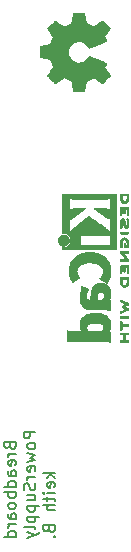
<source format=gbo>
%TF.GenerationSoftware,KiCad,Pcbnew,(5.1.6)-1*%
%TF.CreationDate,2020-06-18T13:16:41+05:30*%
%TF.ProjectId,breadboard powersupply,62726561-6462-46f6-9172-6420706f7765,V1*%
%TF.SameCoordinates,Original*%
%TF.FileFunction,Legend,Bot*%
%TF.FilePolarity,Positive*%
%FSLAX46Y46*%
G04 Gerber Fmt 4.6, Leading zero omitted, Abs format (unit mm)*
G04 Created by KiCad (PCBNEW (5.1.6)-1) date 2020-06-18 13:16:41*
%MOMM*%
%LPD*%
G01*
G04 APERTURE LIST*
%ADD10C,0.150000*%
%ADD11C,0.010000*%
G04 APERTURE END LIST*
D10*
X115626571Y-119458119D02*
X115674190Y-119600976D01*
X115721809Y-119648595D01*
X115817047Y-119696214D01*
X115959904Y-119696214D01*
X116055142Y-119648595D01*
X116102761Y-119600976D01*
X116150380Y-119505738D01*
X116150380Y-119124785D01*
X115150380Y-119124785D01*
X115150380Y-119458119D01*
X115198000Y-119553357D01*
X115245619Y-119600976D01*
X115340857Y-119648595D01*
X115436095Y-119648595D01*
X115531333Y-119600976D01*
X115578952Y-119553357D01*
X115626571Y-119458119D01*
X115626571Y-119124785D01*
X116150380Y-120124785D02*
X115483714Y-120124785D01*
X115674190Y-120124785D02*
X115578952Y-120172404D01*
X115531333Y-120220023D01*
X115483714Y-120315261D01*
X115483714Y-120410500D01*
X116102761Y-121124785D02*
X116150380Y-121029547D01*
X116150380Y-120839071D01*
X116102761Y-120743833D01*
X116007523Y-120696214D01*
X115626571Y-120696214D01*
X115531333Y-120743833D01*
X115483714Y-120839071D01*
X115483714Y-121029547D01*
X115531333Y-121124785D01*
X115626571Y-121172404D01*
X115721809Y-121172404D01*
X115817047Y-120696214D01*
X116150380Y-122029547D02*
X115626571Y-122029547D01*
X115531333Y-121981928D01*
X115483714Y-121886690D01*
X115483714Y-121696214D01*
X115531333Y-121600976D01*
X116102761Y-122029547D02*
X116150380Y-121934309D01*
X116150380Y-121696214D01*
X116102761Y-121600976D01*
X116007523Y-121553357D01*
X115912285Y-121553357D01*
X115817047Y-121600976D01*
X115769428Y-121696214D01*
X115769428Y-121934309D01*
X115721809Y-122029547D01*
X116150380Y-122934309D02*
X115150380Y-122934309D01*
X116102761Y-122934309D02*
X116150380Y-122839071D01*
X116150380Y-122648595D01*
X116102761Y-122553357D01*
X116055142Y-122505738D01*
X115959904Y-122458119D01*
X115674190Y-122458119D01*
X115578952Y-122505738D01*
X115531333Y-122553357D01*
X115483714Y-122648595D01*
X115483714Y-122839071D01*
X115531333Y-122934309D01*
X116150380Y-123410500D02*
X115150380Y-123410500D01*
X115531333Y-123410500D02*
X115483714Y-123505738D01*
X115483714Y-123696214D01*
X115531333Y-123791452D01*
X115578952Y-123839071D01*
X115674190Y-123886690D01*
X115959904Y-123886690D01*
X116055142Y-123839071D01*
X116102761Y-123791452D01*
X116150380Y-123696214D01*
X116150380Y-123505738D01*
X116102761Y-123410500D01*
X116150380Y-124458119D02*
X116102761Y-124362880D01*
X116055142Y-124315261D01*
X115959904Y-124267642D01*
X115674190Y-124267642D01*
X115578952Y-124315261D01*
X115531333Y-124362880D01*
X115483714Y-124458119D01*
X115483714Y-124600976D01*
X115531333Y-124696214D01*
X115578952Y-124743833D01*
X115674190Y-124791452D01*
X115959904Y-124791452D01*
X116055142Y-124743833D01*
X116102761Y-124696214D01*
X116150380Y-124600976D01*
X116150380Y-124458119D01*
X116150380Y-125648595D02*
X115626571Y-125648595D01*
X115531333Y-125600976D01*
X115483714Y-125505738D01*
X115483714Y-125315261D01*
X115531333Y-125220023D01*
X116102761Y-125648595D02*
X116150380Y-125553357D01*
X116150380Y-125315261D01*
X116102761Y-125220023D01*
X116007523Y-125172404D01*
X115912285Y-125172404D01*
X115817047Y-125220023D01*
X115769428Y-125315261D01*
X115769428Y-125553357D01*
X115721809Y-125648595D01*
X116150380Y-126124785D02*
X115483714Y-126124785D01*
X115674190Y-126124785D02*
X115578952Y-126172404D01*
X115531333Y-126220023D01*
X115483714Y-126315261D01*
X115483714Y-126410500D01*
X116150380Y-127172404D02*
X115150380Y-127172404D01*
X116102761Y-127172404D02*
X116150380Y-127077166D01*
X116150380Y-126886690D01*
X116102761Y-126791452D01*
X116055142Y-126743833D01*
X115959904Y-126696214D01*
X115674190Y-126696214D01*
X115578952Y-126743833D01*
X115531333Y-126791452D01*
X115483714Y-126886690D01*
X115483714Y-127077166D01*
X115531333Y-127172404D01*
X117800380Y-118267642D02*
X116800380Y-118267642D01*
X116800380Y-118648595D01*
X116848000Y-118743833D01*
X116895619Y-118791452D01*
X116990857Y-118839071D01*
X117133714Y-118839071D01*
X117228952Y-118791452D01*
X117276571Y-118743833D01*
X117324190Y-118648595D01*
X117324190Y-118267642D01*
X117800380Y-119410500D02*
X117752761Y-119315261D01*
X117705142Y-119267642D01*
X117609904Y-119220023D01*
X117324190Y-119220023D01*
X117228952Y-119267642D01*
X117181333Y-119315261D01*
X117133714Y-119410500D01*
X117133714Y-119553357D01*
X117181333Y-119648595D01*
X117228952Y-119696214D01*
X117324190Y-119743833D01*
X117609904Y-119743833D01*
X117705142Y-119696214D01*
X117752761Y-119648595D01*
X117800380Y-119553357D01*
X117800380Y-119410500D01*
X117133714Y-120077166D02*
X117800380Y-120267642D01*
X117324190Y-120458119D01*
X117800380Y-120648595D01*
X117133714Y-120839071D01*
X117752761Y-121600976D02*
X117800380Y-121505738D01*
X117800380Y-121315261D01*
X117752761Y-121220023D01*
X117657523Y-121172404D01*
X117276571Y-121172404D01*
X117181333Y-121220023D01*
X117133714Y-121315261D01*
X117133714Y-121505738D01*
X117181333Y-121600976D01*
X117276571Y-121648595D01*
X117371809Y-121648595D01*
X117467047Y-121172404D01*
X117800380Y-122077166D02*
X117133714Y-122077166D01*
X117324190Y-122077166D02*
X117228952Y-122124785D01*
X117181333Y-122172404D01*
X117133714Y-122267642D01*
X117133714Y-122362880D01*
X117752761Y-122648595D02*
X117800380Y-122791452D01*
X117800380Y-123029547D01*
X117752761Y-123124785D01*
X117705142Y-123172404D01*
X117609904Y-123220023D01*
X117514666Y-123220023D01*
X117419428Y-123172404D01*
X117371809Y-123124785D01*
X117324190Y-123029547D01*
X117276571Y-122839071D01*
X117228952Y-122743833D01*
X117181333Y-122696214D01*
X117086095Y-122648595D01*
X116990857Y-122648595D01*
X116895619Y-122696214D01*
X116848000Y-122743833D01*
X116800380Y-122839071D01*
X116800380Y-123077166D01*
X116848000Y-123220023D01*
X117133714Y-124077166D02*
X117800380Y-124077166D01*
X117133714Y-123648595D02*
X117657523Y-123648595D01*
X117752761Y-123696214D01*
X117800380Y-123791452D01*
X117800380Y-123934309D01*
X117752761Y-124029547D01*
X117705142Y-124077166D01*
X117133714Y-124553357D02*
X118133714Y-124553357D01*
X117181333Y-124553357D02*
X117133714Y-124648595D01*
X117133714Y-124839071D01*
X117181333Y-124934309D01*
X117228952Y-124981928D01*
X117324190Y-125029547D01*
X117609904Y-125029547D01*
X117705142Y-124981928D01*
X117752761Y-124934309D01*
X117800380Y-124839071D01*
X117800380Y-124648595D01*
X117752761Y-124553357D01*
X117133714Y-125458119D02*
X118133714Y-125458119D01*
X117181333Y-125458119D02*
X117133714Y-125553357D01*
X117133714Y-125743833D01*
X117181333Y-125839071D01*
X117228952Y-125886690D01*
X117324190Y-125934309D01*
X117609904Y-125934309D01*
X117705142Y-125886690D01*
X117752761Y-125839071D01*
X117800380Y-125743833D01*
X117800380Y-125553357D01*
X117752761Y-125458119D01*
X117800380Y-126505738D02*
X117752761Y-126410500D01*
X117657523Y-126362880D01*
X116800380Y-126362880D01*
X117133714Y-126791452D02*
X117800380Y-127029547D01*
X117133714Y-127267642D02*
X117800380Y-127029547D01*
X118038476Y-126934309D01*
X118086095Y-126886690D01*
X118133714Y-126791452D01*
X119450380Y-121791452D02*
X118450380Y-121791452D01*
X119069428Y-121886690D02*
X119450380Y-122172404D01*
X118783714Y-122172404D02*
X119164666Y-121791452D01*
X119402761Y-122981928D02*
X119450380Y-122886690D01*
X119450380Y-122696214D01*
X119402761Y-122600976D01*
X119307523Y-122553357D01*
X118926571Y-122553357D01*
X118831333Y-122600976D01*
X118783714Y-122696214D01*
X118783714Y-122886690D01*
X118831333Y-122981928D01*
X118926571Y-123029547D01*
X119021809Y-123029547D01*
X119117047Y-122553357D01*
X119450380Y-123458119D02*
X118783714Y-123458119D01*
X118450380Y-123458119D02*
X118498000Y-123410500D01*
X118545619Y-123458119D01*
X118498000Y-123505738D01*
X118450380Y-123458119D01*
X118545619Y-123458119D01*
X118783714Y-123791452D02*
X118783714Y-124172404D01*
X118450380Y-123934309D02*
X119307523Y-123934309D01*
X119402761Y-123981928D01*
X119450380Y-124077166D01*
X119450380Y-124172404D01*
X119450380Y-124505738D02*
X118450380Y-124505738D01*
X119450380Y-124934309D02*
X118926571Y-124934309D01*
X118831333Y-124886690D01*
X118783714Y-124791452D01*
X118783714Y-124648595D01*
X118831333Y-124553357D01*
X118878952Y-124505738D01*
X118926571Y-126505738D02*
X118974190Y-126648595D01*
X119021809Y-126696214D01*
X119117047Y-126743833D01*
X119259904Y-126743833D01*
X119355142Y-126696214D01*
X119402761Y-126648595D01*
X119450380Y-126553357D01*
X119450380Y-126172404D01*
X118450380Y-126172404D01*
X118450380Y-126505738D01*
X118498000Y-126600976D01*
X118545619Y-126648595D01*
X118640857Y-126696214D01*
X118736095Y-126696214D01*
X118831333Y-126648595D01*
X118878952Y-126600976D01*
X118926571Y-126505738D01*
X118926571Y-126172404D01*
X119355142Y-127172404D02*
X119402761Y-127220023D01*
X119450380Y-127172404D01*
X119402761Y-127124785D01*
X119355142Y-127172404D01*
X119450380Y-127172404D01*
D11*
%TO.C,REF\u002A\u002A*%
G36*
X118626931Y-86661814D02*
G01*
X119071555Y-86745635D01*
X119199053Y-87054920D01*
X119326551Y-87364206D01*
X119074246Y-87735246D01*
X119003996Y-87839157D01*
X118941272Y-87933087D01*
X118888938Y-88012652D01*
X118849857Y-88073470D01*
X118826893Y-88111157D01*
X118821942Y-88121421D01*
X118834676Y-88139910D01*
X118869882Y-88179420D01*
X118923062Y-88235522D01*
X118989718Y-88303787D01*
X119065354Y-88379786D01*
X119145472Y-88459092D01*
X119225574Y-88537275D01*
X119301164Y-88609907D01*
X119367745Y-88672559D01*
X119420818Y-88720803D01*
X119455887Y-88750210D01*
X119467623Y-88757241D01*
X119489260Y-88747123D01*
X119536662Y-88718759D01*
X119605193Y-88675129D01*
X119690215Y-88619218D01*
X119787093Y-88554006D01*
X119842350Y-88516219D01*
X119943248Y-88447343D01*
X120034299Y-88386140D01*
X120110970Y-88335578D01*
X120168728Y-88298628D01*
X120203043Y-88278258D01*
X120210254Y-88275197D01*
X120230748Y-88282136D01*
X120278513Y-88301051D01*
X120346832Y-88329087D01*
X120428989Y-88363391D01*
X120518270Y-88401109D01*
X120607958Y-88439387D01*
X120691338Y-88475370D01*
X120761694Y-88506206D01*
X120812310Y-88529039D01*
X120836471Y-88541017D01*
X120837422Y-88541724D01*
X120842036Y-88560531D01*
X120852328Y-88610618D01*
X120867287Y-88686793D01*
X120885901Y-88783865D01*
X120907159Y-88896643D01*
X120919418Y-88962442D01*
X120942362Y-89082950D01*
X120964195Y-89191797D01*
X120983722Y-89283476D01*
X120999748Y-89352481D01*
X121011079Y-89393304D01*
X121014674Y-89401511D01*
X121039006Y-89409548D01*
X121093959Y-89416033D01*
X121173108Y-89420970D01*
X121270026Y-89424364D01*
X121378287Y-89426218D01*
X121491465Y-89426538D01*
X121603135Y-89425327D01*
X121706868Y-89422590D01*
X121796241Y-89418331D01*
X121864826Y-89412555D01*
X121906197Y-89405267D01*
X121914810Y-89400895D01*
X121925133Y-89374764D01*
X121939892Y-89319393D01*
X121957352Y-89242107D01*
X121975780Y-89150230D01*
X121981741Y-89118158D01*
X122010066Y-88963524D01*
X122032876Y-88841375D01*
X122051080Y-88747673D01*
X122065583Y-88678384D01*
X122077292Y-88629471D01*
X122087115Y-88596897D01*
X122095956Y-88576628D01*
X122104724Y-88564626D01*
X122106457Y-88562947D01*
X122134371Y-88546184D01*
X122188695Y-88520614D01*
X122262777Y-88488788D01*
X122349965Y-88453260D01*
X122443608Y-88416583D01*
X122537052Y-88381311D01*
X122623647Y-88349996D01*
X122696740Y-88325193D01*
X122749678Y-88309454D01*
X122775811Y-88305332D01*
X122776726Y-88305676D01*
X122798086Y-88319641D01*
X122845084Y-88351322D01*
X122912827Y-88397391D01*
X122996423Y-88454518D01*
X123090982Y-88519373D01*
X123117854Y-88537843D01*
X123215275Y-88603699D01*
X123304163Y-88661650D01*
X123379412Y-88708538D01*
X123435920Y-88741207D01*
X123468581Y-88756500D01*
X123472593Y-88757241D01*
X123493684Y-88744392D01*
X123535464Y-88708888D01*
X123593445Y-88655293D01*
X123663135Y-88588171D01*
X123740045Y-88512087D01*
X123819683Y-88431604D01*
X123897561Y-88351287D01*
X123969186Y-88275699D01*
X124030070Y-88209405D01*
X124075721Y-88156969D01*
X124101650Y-88122955D01*
X124105883Y-88113545D01*
X124095912Y-88091643D01*
X124069020Y-88046800D01*
X124029736Y-87986321D01*
X123998117Y-87939789D01*
X123940098Y-87855475D01*
X123871784Y-87755626D01*
X123803579Y-87655473D01*
X123767075Y-87601627D01*
X123643800Y-87419371D01*
X123726520Y-87266381D01*
X123762759Y-87196682D01*
X123790926Y-87137414D01*
X123806991Y-87097311D01*
X123809226Y-87087103D01*
X123792722Y-87074829D01*
X123746082Y-87050613D01*
X123673609Y-87016263D01*
X123579606Y-86973588D01*
X123468374Y-86924394D01*
X123344215Y-86870490D01*
X123211432Y-86813684D01*
X123074327Y-86755782D01*
X122937202Y-86698593D01*
X122804358Y-86643924D01*
X122680098Y-86593584D01*
X122568725Y-86549380D01*
X122474539Y-86513119D01*
X122401844Y-86486609D01*
X122354941Y-86471658D01*
X122338833Y-86469254D01*
X122318286Y-86488311D01*
X122284933Y-86530036D01*
X122245702Y-86585706D01*
X122242599Y-86590378D01*
X122127423Y-86734264D01*
X121993053Y-86850283D01*
X121843784Y-86937430D01*
X121683913Y-86994699D01*
X121517737Y-87021086D01*
X121349552Y-87015585D01*
X121183655Y-86977190D01*
X121024342Y-86904895D01*
X120989487Y-86883626D01*
X120848737Y-86772996D01*
X120735714Y-86642302D01*
X120651003Y-86496064D01*
X120595194Y-86338808D01*
X120568874Y-86175057D01*
X120572630Y-86009333D01*
X120607050Y-85846162D01*
X120672723Y-85690065D01*
X120770235Y-85545567D01*
X120809813Y-85500869D01*
X120933703Y-85387112D01*
X121064124Y-85304218D01*
X121210315Y-85247356D01*
X121355088Y-85215687D01*
X121517860Y-85207869D01*
X121681440Y-85233938D01*
X121840298Y-85291245D01*
X121988906Y-85377144D01*
X122121735Y-85488986D01*
X122233256Y-85624123D01*
X122245011Y-85641883D01*
X122283508Y-85698150D01*
X122316863Y-85740923D01*
X122338160Y-85761372D01*
X122338833Y-85761669D01*
X122361871Y-85757279D01*
X122414157Y-85739876D01*
X122491390Y-85711268D01*
X122589268Y-85673265D01*
X122703491Y-85627674D01*
X122829758Y-85576303D01*
X122963767Y-85520962D01*
X123101218Y-85463458D01*
X123237808Y-85405601D01*
X123369237Y-85349198D01*
X123491205Y-85296058D01*
X123599409Y-85247990D01*
X123689549Y-85206801D01*
X123757323Y-85174301D01*
X123798430Y-85152297D01*
X123809226Y-85143436D01*
X123800819Y-85116360D01*
X123778272Y-85065697D01*
X123745613Y-85000183D01*
X123726520Y-84964159D01*
X123643800Y-84811168D01*
X123767075Y-84628912D01*
X123830228Y-84535875D01*
X123899727Y-84434015D01*
X123965165Y-84338562D01*
X123998117Y-84290750D01*
X124043273Y-84223505D01*
X124079057Y-84166564D01*
X124100938Y-84127354D01*
X124105563Y-84114619D01*
X124093085Y-84096083D01*
X124058252Y-84055059D01*
X124004678Y-83995525D01*
X123935983Y-83921458D01*
X123855781Y-83836835D01*
X123804286Y-83783315D01*
X123712286Y-83689681D01*
X123629999Y-83608759D01*
X123560945Y-83543823D01*
X123508644Y-83498142D01*
X123476616Y-83474989D01*
X123470116Y-83472768D01*
X123445394Y-83483076D01*
X123395405Y-83511561D01*
X123325212Y-83555063D01*
X123239875Y-83610423D01*
X123144456Y-83674480D01*
X123117854Y-83692697D01*
X123021167Y-83759073D01*
X122934117Y-83818622D01*
X122861595Y-83868016D01*
X122808493Y-83903925D01*
X122779703Y-83923019D01*
X122776726Y-83924864D01*
X122753782Y-83922105D01*
X122703336Y-83907462D01*
X122632041Y-83883487D01*
X122546547Y-83852734D01*
X122453507Y-83817756D01*
X122359574Y-83781107D01*
X122271399Y-83745339D01*
X122195634Y-83713006D01*
X122138931Y-83686662D01*
X122107943Y-83668858D01*
X122106457Y-83667593D01*
X122097601Y-83656706D01*
X122088843Y-83638318D01*
X122079277Y-83608394D01*
X122067996Y-83562897D01*
X122054093Y-83497791D01*
X122036663Y-83409039D01*
X122014798Y-83292607D01*
X121987591Y-83144458D01*
X121981741Y-83112382D01*
X121963374Y-83017314D01*
X121945405Y-82934435D01*
X121929569Y-82871070D01*
X121917600Y-82834542D01*
X121914810Y-82829644D01*
X121890072Y-82821573D01*
X121834790Y-82815013D01*
X121755389Y-82809967D01*
X121658296Y-82806441D01*
X121549938Y-82804439D01*
X121436740Y-82803964D01*
X121325128Y-82805023D01*
X121221529Y-82807618D01*
X121132368Y-82811754D01*
X121064072Y-82817437D01*
X121023066Y-82824669D01*
X121014674Y-82829029D01*
X121006208Y-82853302D01*
X120992435Y-82908574D01*
X120974550Y-82989338D01*
X120953748Y-83090088D01*
X120931223Y-83205317D01*
X120919418Y-83268098D01*
X120897151Y-83387213D01*
X120876979Y-83493435D01*
X120859915Y-83581573D01*
X120846969Y-83646434D01*
X120839155Y-83682826D01*
X120837422Y-83688816D01*
X120817890Y-83698939D01*
X120770843Y-83720338D01*
X120703003Y-83750161D01*
X120621091Y-83785555D01*
X120531828Y-83823668D01*
X120441935Y-83861647D01*
X120358135Y-83896640D01*
X120287147Y-83925794D01*
X120235694Y-83946257D01*
X120210497Y-83955177D01*
X120209396Y-83955343D01*
X120189519Y-83945231D01*
X120143777Y-83916883D01*
X120076717Y-83873277D01*
X119992884Y-83817394D01*
X119896826Y-83752213D01*
X119841650Y-83714321D01*
X119740481Y-83645275D01*
X119648630Y-83583950D01*
X119570744Y-83533337D01*
X119511469Y-83496429D01*
X119475451Y-83476218D01*
X119467377Y-83473299D01*
X119448584Y-83485847D01*
X119408457Y-83520537D01*
X119351493Y-83572937D01*
X119282185Y-83638616D01*
X119205031Y-83713144D01*
X119124525Y-83792087D01*
X119045163Y-83871017D01*
X118971440Y-83945500D01*
X118907852Y-84011106D01*
X118858894Y-84063404D01*
X118829061Y-84097961D01*
X118821942Y-84109522D01*
X118831953Y-84128346D01*
X118860078Y-84173369D01*
X118903454Y-84240213D01*
X118959218Y-84324501D01*
X119024506Y-84421856D01*
X119074246Y-84495293D01*
X119326551Y-84866333D01*
X119071555Y-85484905D01*
X118626931Y-85568725D01*
X118182307Y-85652546D01*
X118182307Y-86577994D01*
X118626931Y-86661814D01*
G37*
X118626931Y-86661814D02*
X119071555Y-86745635D01*
X119199053Y-87054920D01*
X119326551Y-87364206D01*
X119074246Y-87735246D01*
X119003996Y-87839157D01*
X118941272Y-87933087D01*
X118888938Y-88012652D01*
X118849857Y-88073470D01*
X118826893Y-88111157D01*
X118821942Y-88121421D01*
X118834676Y-88139910D01*
X118869882Y-88179420D01*
X118923062Y-88235522D01*
X118989718Y-88303787D01*
X119065354Y-88379786D01*
X119145472Y-88459092D01*
X119225574Y-88537275D01*
X119301164Y-88609907D01*
X119367745Y-88672559D01*
X119420818Y-88720803D01*
X119455887Y-88750210D01*
X119467623Y-88757241D01*
X119489260Y-88747123D01*
X119536662Y-88718759D01*
X119605193Y-88675129D01*
X119690215Y-88619218D01*
X119787093Y-88554006D01*
X119842350Y-88516219D01*
X119943248Y-88447343D01*
X120034299Y-88386140D01*
X120110970Y-88335578D01*
X120168728Y-88298628D01*
X120203043Y-88278258D01*
X120210254Y-88275197D01*
X120230748Y-88282136D01*
X120278513Y-88301051D01*
X120346832Y-88329087D01*
X120428989Y-88363391D01*
X120518270Y-88401109D01*
X120607958Y-88439387D01*
X120691338Y-88475370D01*
X120761694Y-88506206D01*
X120812310Y-88529039D01*
X120836471Y-88541017D01*
X120837422Y-88541724D01*
X120842036Y-88560531D01*
X120852328Y-88610618D01*
X120867287Y-88686793D01*
X120885901Y-88783865D01*
X120907159Y-88896643D01*
X120919418Y-88962442D01*
X120942362Y-89082950D01*
X120964195Y-89191797D01*
X120983722Y-89283476D01*
X120999748Y-89352481D01*
X121011079Y-89393304D01*
X121014674Y-89401511D01*
X121039006Y-89409548D01*
X121093959Y-89416033D01*
X121173108Y-89420970D01*
X121270026Y-89424364D01*
X121378287Y-89426218D01*
X121491465Y-89426538D01*
X121603135Y-89425327D01*
X121706868Y-89422590D01*
X121796241Y-89418331D01*
X121864826Y-89412555D01*
X121906197Y-89405267D01*
X121914810Y-89400895D01*
X121925133Y-89374764D01*
X121939892Y-89319393D01*
X121957352Y-89242107D01*
X121975780Y-89150230D01*
X121981741Y-89118158D01*
X122010066Y-88963524D01*
X122032876Y-88841375D01*
X122051080Y-88747673D01*
X122065583Y-88678384D01*
X122077292Y-88629471D01*
X122087115Y-88596897D01*
X122095956Y-88576628D01*
X122104724Y-88564626D01*
X122106457Y-88562947D01*
X122134371Y-88546184D01*
X122188695Y-88520614D01*
X122262777Y-88488788D01*
X122349965Y-88453260D01*
X122443608Y-88416583D01*
X122537052Y-88381311D01*
X122623647Y-88349996D01*
X122696740Y-88325193D01*
X122749678Y-88309454D01*
X122775811Y-88305332D01*
X122776726Y-88305676D01*
X122798086Y-88319641D01*
X122845084Y-88351322D01*
X122912827Y-88397391D01*
X122996423Y-88454518D01*
X123090982Y-88519373D01*
X123117854Y-88537843D01*
X123215275Y-88603699D01*
X123304163Y-88661650D01*
X123379412Y-88708538D01*
X123435920Y-88741207D01*
X123468581Y-88756500D01*
X123472593Y-88757241D01*
X123493684Y-88744392D01*
X123535464Y-88708888D01*
X123593445Y-88655293D01*
X123663135Y-88588171D01*
X123740045Y-88512087D01*
X123819683Y-88431604D01*
X123897561Y-88351287D01*
X123969186Y-88275699D01*
X124030070Y-88209405D01*
X124075721Y-88156969D01*
X124101650Y-88122955D01*
X124105883Y-88113545D01*
X124095912Y-88091643D01*
X124069020Y-88046800D01*
X124029736Y-87986321D01*
X123998117Y-87939789D01*
X123940098Y-87855475D01*
X123871784Y-87755626D01*
X123803579Y-87655473D01*
X123767075Y-87601627D01*
X123643800Y-87419371D01*
X123726520Y-87266381D01*
X123762759Y-87196682D01*
X123790926Y-87137414D01*
X123806991Y-87097311D01*
X123809226Y-87087103D01*
X123792722Y-87074829D01*
X123746082Y-87050613D01*
X123673609Y-87016263D01*
X123579606Y-86973588D01*
X123468374Y-86924394D01*
X123344215Y-86870490D01*
X123211432Y-86813684D01*
X123074327Y-86755782D01*
X122937202Y-86698593D01*
X122804358Y-86643924D01*
X122680098Y-86593584D01*
X122568725Y-86549380D01*
X122474539Y-86513119D01*
X122401844Y-86486609D01*
X122354941Y-86471658D01*
X122338833Y-86469254D01*
X122318286Y-86488311D01*
X122284933Y-86530036D01*
X122245702Y-86585706D01*
X122242599Y-86590378D01*
X122127423Y-86734264D01*
X121993053Y-86850283D01*
X121843784Y-86937430D01*
X121683913Y-86994699D01*
X121517737Y-87021086D01*
X121349552Y-87015585D01*
X121183655Y-86977190D01*
X121024342Y-86904895D01*
X120989487Y-86883626D01*
X120848737Y-86772996D01*
X120735714Y-86642302D01*
X120651003Y-86496064D01*
X120595194Y-86338808D01*
X120568874Y-86175057D01*
X120572630Y-86009333D01*
X120607050Y-85846162D01*
X120672723Y-85690065D01*
X120770235Y-85545567D01*
X120809813Y-85500869D01*
X120933703Y-85387112D01*
X121064124Y-85304218D01*
X121210315Y-85247356D01*
X121355088Y-85215687D01*
X121517860Y-85207869D01*
X121681440Y-85233938D01*
X121840298Y-85291245D01*
X121988906Y-85377144D01*
X122121735Y-85488986D01*
X122233256Y-85624123D01*
X122245011Y-85641883D01*
X122283508Y-85698150D01*
X122316863Y-85740923D01*
X122338160Y-85761372D01*
X122338833Y-85761669D01*
X122361871Y-85757279D01*
X122414157Y-85739876D01*
X122491390Y-85711268D01*
X122589268Y-85673265D01*
X122703491Y-85627674D01*
X122829758Y-85576303D01*
X122963767Y-85520962D01*
X123101218Y-85463458D01*
X123237808Y-85405601D01*
X123369237Y-85349198D01*
X123491205Y-85296058D01*
X123599409Y-85247990D01*
X123689549Y-85206801D01*
X123757323Y-85174301D01*
X123798430Y-85152297D01*
X123809226Y-85143436D01*
X123800819Y-85116360D01*
X123778272Y-85065697D01*
X123745613Y-85000183D01*
X123726520Y-84964159D01*
X123643800Y-84811168D01*
X123767075Y-84628912D01*
X123830228Y-84535875D01*
X123899727Y-84434015D01*
X123965165Y-84338562D01*
X123998117Y-84290750D01*
X124043273Y-84223505D01*
X124079057Y-84166564D01*
X124100938Y-84127354D01*
X124105563Y-84114619D01*
X124093085Y-84096083D01*
X124058252Y-84055059D01*
X124004678Y-83995525D01*
X123935983Y-83921458D01*
X123855781Y-83836835D01*
X123804286Y-83783315D01*
X123712286Y-83689681D01*
X123629999Y-83608759D01*
X123560945Y-83543823D01*
X123508644Y-83498142D01*
X123476616Y-83474989D01*
X123470116Y-83472768D01*
X123445394Y-83483076D01*
X123395405Y-83511561D01*
X123325212Y-83555063D01*
X123239875Y-83610423D01*
X123144456Y-83674480D01*
X123117854Y-83692697D01*
X123021167Y-83759073D01*
X122934117Y-83818622D01*
X122861595Y-83868016D01*
X122808493Y-83903925D01*
X122779703Y-83923019D01*
X122776726Y-83924864D01*
X122753782Y-83922105D01*
X122703336Y-83907462D01*
X122632041Y-83883487D01*
X122546547Y-83852734D01*
X122453507Y-83817756D01*
X122359574Y-83781107D01*
X122271399Y-83745339D01*
X122195634Y-83713006D01*
X122138931Y-83686662D01*
X122107943Y-83668858D01*
X122106457Y-83667593D01*
X122097601Y-83656706D01*
X122088843Y-83638318D01*
X122079277Y-83608394D01*
X122067996Y-83562897D01*
X122054093Y-83497791D01*
X122036663Y-83409039D01*
X122014798Y-83292607D01*
X121987591Y-83144458D01*
X121981741Y-83112382D01*
X121963374Y-83017314D01*
X121945405Y-82934435D01*
X121929569Y-82871070D01*
X121917600Y-82834542D01*
X121914810Y-82829644D01*
X121890072Y-82821573D01*
X121834790Y-82815013D01*
X121755389Y-82809967D01*
X121658296Y-82806441D01*
X121549938Y-82804439D01*
X121436740Y-82803964D01*
X121325128Y-82805023D01*
X121221529Y-82807618D01*
X121132368Y-82811754D01*
X121064072Y-82817437D01*
X121023066Y-82824669D01*
X121014674Y-82829029D01*
X121006208Y-82853302D01*
X120992435Y-82908574D01*
X120974550Y-82989338D01*
X120953748Y-83090088D01*
X120931223Y-83205317D01*
X120919418Y-83268098D01*
X120897151Y-83387213D01*
X120876979Y-83493435D01*
X120859915Y-83581573D01*
X120846969Y-83646434D01*
X120839155Y-83682826D01*
X120837422Y-83688816D01*
X120817890Y-83698939D01*
X120770843Y-83720338D01*
X120703003Y-83750161D01*
X120621091Y-83785555D01*
X120531828Y-83823668D01*
X120441935Y-83861647D01*
X120358135Y-83896640D01*
X120287147Y-83925794D01*
X120235694Y-83946257D01*
X120210497Y-83955177D01*
X120209396Y-83955343D01*
X120189519Y-83945231D01*
X120143777Y-83916883D01*
X120076717Y-83873277D01*
X119992884Y-83817394D01*
X119896826Y-83752213D01*
X119841650Y-83714321D01*
X119740481Y-83645275D01*
X119648630Y-83583950D01*
X119570744Y-83533337D01*
X119511469Y-83496429D01*
X119475451Y-83476218D01*
X119467377Y-83473299D01*
X119448584Y-83485847D01*
X119408457Y-83520537D01*
X119351493Y-83572937D01*
X119282185Y-83638616D01*
X119205031Y-83713144D01*
X119124525Y-83792087D01*
X119045163Y-83871017D01*
X118971440Y-83945500D01*
X118907852Y-84011106D01*
X118858894Y-84063404D01*
X118829061Y-84097961D01*
X118821942Y-84109522D01*
X118831953Y-84128346D01*
X118860078Y-84173369D01*
X118903454Y-84240213D01*
X118959218Y-84324501D01*
X119024506Y-84421856D01*
X119074246Y-84495293D01*
X119326551Y-84866333D01*
X119071555Y-85484905D01*
X118626931Y-85568725D01*
X118182307Y-85652546D01*
X118182307Y-86577994D01*
X118626931Y-86661814D01*
G36*
X120171054Y-101447600D02*
G01*
X120284993Y-101458465D01*
X120392616Y-101490082D01*
X120491615Y-101540985D01*
X120579684Y-101609707D01*
X120654516Y-101694781D01*
X120712384Y-101791768D01*
X120752005Y-101898036D01*
X120770573Y-102005050D01*
X120769434Y-102110700D01*
X120749930Y-102212875D01*
X120713406Y-102309466D01*
X120661205Y-102398362D01*
X120594673Y-102477454D01*
X120515152Y-102544631D01*
X120423987Y-102597783D01*
X120322523Y-102634801D01*
X120212102Y-102653573D01*
X120162206Y-102655511D01*
X120074267Y-102655511D01*
X120074267Y-102707440D01*
X120077111Y-102743747D01*
X120088911Y-102770645D01*
X120112649Y-102797751D01*
X120151031Y-102836133D01*
X122342602Y-102836133D01*
X122604739Y-102836124D01*
X122845241Y-102836092D01*
X123065048Y-102836028D01*
X123265101Y-102835924D01*
X123446344Y-102835773D01*
X123609716Y-102835566D01*
X123756160Y-102835294D01*
X123886617Y-102834950D01*
X124002029Y-102834526D01*
X124103338Y-102834013D01*
X124191484Y-102833403D01*
X124267410Y-102832688D01*
X124332057Y-102831860D01*
X124386367Y-102830911D01*
X124431280Y-102829833D01*
X124467740Y-102828617D01*
X124496687Y-102827255D01*
X124519063Y-102825739D01*
X124535809Y-102824062D01*
X124547868Y-102822214D01*
X124556180Y-102820187D01*
X124561687Y-102817975D01*
X124563537Y-102816892D01*
X124570549Y-102812729D01*
X124576996Y-102809195D01*
X124582900Y-102805365D01*
X124588286Y-102800318D01*
X124593178Y-102793129D01*
X124597598Y-102782877D01*
X124601572Y-102768636D01*
X124605121Y-102749486D01*
X124608270Y-102724501D01*
X124611042Y-102692760D01*
X124613461Y-102653338D01*
X124615551Y-102605314D01*
X124617335Y-102547763D01*
X124618837Y-102479763D01*
X124620080Y-102400390D01*
X124621089Y-102308721D01*
X124621885Y-102203834D01*
X124622494Y-102084804D01*
X124622939Y-101950710D01*
X124623243Y-101800627D01*
X124623430Y-101633633D01*
X124623524Y-101448804D01*
X124623548Y-101245217D01*
X124623525Y-101021950D01*
X124623480Y-100778078D01*
X124623437Y-100512679D01*
X124623432Y-100474296D01*
X124623389Y-100207318D01*
X124623318Y-99961998D01*
X124623213Y-99737417D01*
X124623066Y-99532655D01*
X124622869Y-99346794D01*
X124622616Y-99178912D01*
X124622300Y-99028092D01*
X124621913Y-98893413D01*
X124621447Y-98773956D01*
X124620897Y-98668801D01*
X124620253Y-98577029D01*
X124619511Y-98497721D01*
X124618661Y-98429957D01*
X124617697Y-98372818D01*
X124616611Y-98325383D01*
X124615397Y-98286734D01*
X124614047Y-98255951D01*
X124612555Y-98232115D01*
X124610911Y-98214306D01*
X124609111Y-98201605D01*
X124607145Y-98193092D01*
X124605477Y-98188734D01*
X124601906Y-98180272D01*
X124599270Y-98172503D01*
X124596634Y-98165398D01*
X124593062Y-98158927D01*
X124587621Y-98153061D01*
X124579375Y-98147771D01*
X124567390Y-98143026D01*
X124550731Y-98138798D01*
X124528463Y-98135057D01*
X124499652Y-98131773D01*
X124463363Y-98128917D01*
X124418661Y-98126460D01*
X124364611Y-98124371D01*
X124300279Y-98122622D01*
X124224730Y-98121183D01*
X124137030Y-98120024D01*
X124036243Y-98119117D01*
X123921434Y-98118431D01*
X123791670Y-98117937D01*
X123646015Y-98117605D01*
X123483535Y-98117407D01*
X123303295Y-98117313D01*
X123104360Y-98117292D01*
X122885796Y-98117315D01*
X122646668Y-98117354D01*
X122386040Y-98117378D01*
X122343889Y-98117378D01*
X122080992Y-98117364D01*
X121839732Y-98117339D01*
X121619165Y-98117329D01*
X121418352Y-98117358D01*
X121236349Y-98117452D01*
X121072216Y-98117638D01*
X120925011Y-98117941D01*
X120793792Y-98118386D01*
X120683867Y-98118966D01*
X120683867Y-98421803D01*
X120741711Y-98461593D01*
X120757479Y-98472764D01*
X120771441Y-98482834D01*
X120784784Y-98491862D01*
X120798693Y-98499903D01*
X120814356Y-98507014D01*
X120832958Y-98513253D01*
X120855686Y-98518675D01*
X120883727Y-98523338D01*
X120918267Y-98527299D01*
X120960492Y-98530615D01*
X121011589Y-98533341D01*
X121072744Y-98535536D01*
X121145144Y-98537255D01*
X121229975Y-98538556D01*
X121328422Y-98539495D01*
X121441674Y-98540130D01*
X121570916Y-98540516D01*
X121717334Y-98540712D01*
X121882116Y-98540773D01*
X122066447Y-98540757D01*
X122271513Y-98540720D01*
X122394133Y-98540711D01*
X122611082Y-98540735D01*
X122806642Y-98540769D01*
X122981999Y-98540757D01*
X123138341Y-98540642D01*
X123276857Y-98540370D01*
X123398734Y-98539882D01*
X123505160Y-98539124D01*
X123597322Y-98538038D01*
X123676409Y-98536569D01*
X123743608Y-98534660D01*
X123800107Y-98532256D01*
X123847093Y-98529299D01*
X123885755Y-98525734D01*
X123917280Y-98521505D01*
X123942855Y-98516554D01*
X123963670Y-98510827D01*
X123980911Y-98504267D01*
X123995765Y-98496817D01*
X124009422Y-98488421D01*
X124023069Y-98479024D01*
X124037893Y-98468568D01*
X124046783Y-98462477D01*
X124104400Y-98423704D01*
X124104400Y-98955268D01*
X124104365Y-99078517D01*
X124104215Y-99181013D01*
X124103878Y-99264580D01*
X124103286Y-99331044D01*
X124102367Y-99382229D01*
X124101051Y-99419959D01*
X124099269Y-99446060D01*
X124096951Y-99462356D01*
X124094026Y-99470672D01*
X124090424Y-99472832D01*
X124086075Y-99470661D01*
X124084645Y-99469465D01*
X124047573Y-99444315D01*
X123994772Y-99418417D01*
X123932770Y-99394808D01*
X123906357Y-99386539D01*
X123888416Y-99381922D01*
X123867355Y-99378021D01*
X123841089Y-99374752D01*
X123807532Y-99372034D01*
X123764599Y-99369785D01*
X123710204Y-99367923D01*
X123642262Y-99366364D01*
X123558688Y-99365028D01*
X123457395Y-99363831D01*
X123336300Y-99362692D01*
X123291600Y-99362315D01*
X123166449Y-99361298D01*
X123062082Y-99360540D01*
X122976707Y-99360097D01*
X122908533Y-99360030D01*
X122855765Y-99360395D01*
X122816614Y-99361252D01*
X122789285Y-99362659D01*
X122771986Y-99364675D01*
X122762926Y-99367357D01*
X122760312Y-99370764D01*
X122762351Y-99374956D01*
X122766667Y-99379429D01*
X122779602Y-99389784D01*
X122808676Y-99411842D01*
X122851759Y-99444043D01*
X122906718Y-99484826D01*
X122971423Y-99532630D01*
X123043742Y-99585895D01*
X123121544Y-99643060D01*
X123202698Y-99702563D01*
X123285072Y-99762845D01*
X123366536Y-99822345D01*
X123444957Y-99879502D01*
X123518204Y-99932755D01*
X123584147Y-99980543D01*
X123640654Y-100021307D01*
X123685593Y-100053484D01*
X123716834Y-100075515D01*
X123723466Y-100080083D01*
X123760369Y-100103004D01*
X123808359Y-100129812D01*
X123857897Y-100155211D01*
X123864577Y-100158432D01*
X123912772Y-100180110D01*
X123950334Y-100192696D01*
X123986160Y-100198426D01*
X124028200Y-100199544D01*
X124104400Y-100198910D01*
X124104400Y-101353349D01*
X124010669Y-101262185D01*
X123960775Y-101215388D01*
X123904295Y-101165101D01*
X123850026Y-101119056D01*
X123824673Y-101098631D01*
X123785128Y-101068193D01*
X123731916Y-101028138D01*
X123666667Y-100979639D01*
X123591011Y-100923865D01*
X123506577Y-100861989D01*
X123414994Y-100795181D01*
X123317892Y-100724613D01*
X123216901Y-100651455D01*
X123113650Y-100576879D01*
X123009768Y-100502056D01*
X122906885Y-100428157D01*
X122806631Y-100356354D01*
X122710636Y-100287816D01*
X122620527Y-100223716D01*
X122537936Y-100165225D01*
X122464492Y-100113514D01*
X122401824Y-100069753D01*
X122351561Y-100035115D01*
X122315334Y-100010770D01*
X122294771Y-99997889D01*
X122290668Y-99996131D01*
X122279342Y-100004090D01*
X122252162Y-100024885D01*
X122210829Y-100057153D01*
X122157044Y-100099530D01*
X122092506Y-100150653D01*
X122018918Y-100209159D01*
X121937978Y-100273686D01*
X121851388Y-100342869D01*
X121760848Y-100415347D01*
X121668060Y-100489754D01*
X121593702Y-100549483D01*
X121593702Y-101560489D01*
X121606659Y-101566398D01*
X121628908Y-101580728D01*
X121630391Y-101581775D01*
X121660544Y-101600562D01*
X121697375Y-101620209D01*
X121705511Y-101624108D01*
X121713940Y-101627644D01*
X121724059Y-101630770D01*
X121737260Y-101633514D01*
X121754938Y-101635908D01*
X121778484Y-101637981D01*
X121809293Y-101639765D01*
X121848757Y-101641288D01*
X121898269Y-101642581D01*
X121959223Y-101643674D01*
X122033011Y-101644597D01*
X122121028Y-101645381D01*
X122224665Y-101646055D01*
X122345316Y-101646650D01*
X122484374Y-101647195D01*
X122643232Y-101647721D01*
X122822089Y-101648255D01*
X123007207Y-101648794D01*
X123171145Y-101649228D01*
X123315303Y-101649491D01*
X123441079Y-101649516D01*
X123549871Y-101649235D01*
X123643077Y-101648581D01*
X123722097Y-101647486D01*
X123788328Y-101645882D01*
X123843170Y-101643703D01*
X123888021Y-101640881D01*
X123924278Y-101637349D01*
X123953341Y-101633039D01*
X123976609Y-101627883D01*
X123995479Y-101621815D01*
X124011351Y-101614767D01*
X124025622Y-101606671D01*
X124039691Y-101597460D01*
X124052158Y-101588960D01*
X124078452Y-101571824D01*
X124096037Y-101561678D01*
X124099257Y-101560489D01*
X124100334Y-101571396D01*
X124101335Y-101602589D01*
X124102235Y-101651777D01*
X124103010Y-101716667D01*
X124103637Y-101794970D01*
X124104091Y-101884393D01*
X124104349Y-101982644D01*
X124104400Y-102051555D01*
X124104180Y-102156548D01*
X124103548Y-102253390D01*
X124102549Y-102339893D01*
X124101227Y-102413868D01*
X124099626Y-102473126D01*
X124097791Y-102515480D01*
X124095765Y-102538740D01*
X124094493Y-102542622D01*
X124079591Y-102534924D01*
X124071560Y-102526926D01*
X124054434Y-102513754D01*
X124024183Y-102496515D01*
X123999622Y-102484593D01*
X123940711Y-102457955D01*
X122763845Y-102454880D01*
X121586978Y-102451805D01*
X121586978Y-102006147D01*
X121587142Y-101908330D01*
X121587611Y-101817936D01*
X121588347Y-101737370D01*
X121589316Y-101669038D01*
X121590480Y-101615344D01*
X121591803Y-101578695D01*
X121593249Y-101561496D01*
X121593702Y-101560489D01*
X121593702Y-100549483D01*
X121574722Y-100564730D01*
X121482537Y-100638910D01*
X121393204Y-100710931D01*
X121308424Y-100779431D01*
X121229898Y-100843045D01*
X121159326Y-100900412D01*
X121098409Y-100950167D01*
X121048847Y-100990948D01*
X121028178Y-101008112D01*
X120927516Y-101094404D01*
X120844259Y-101171003D01*
X120776438Y-101239817D01*
X120722089Y-101302752D01*
X120714722Y-101312133D01*
X120684117Y-101351644D01*
X120683867Y-100219884D01*
X120731844Y-100225173D01*
X120789188Y-100221870D01*
X120857463Y-100200339D01*
X120937212Y-100160365D01*
X121009495Y-100115057D01*
X121032140Y-100098839D01*
X121069696Y-100070786D01*
X121120021Y-100032570D01*
X121180973Y-99985863D01*
X121250411Y-99932339D01*
X121326194Y-99873669D01*
X121406180Y-99811525D01*
X121488228Y-99747579D01*
X121570196Y-99683505D01*
X121649943Y-99620973D01*
X121725327Y-99561657D01*
X121794207Y-99507229D01*
X121854442Y-99459361D01*
X121903889Y-99419725D01*
X121940408Y-99389994D01*
X121961858Y-99371839D01*
X121965156Y-99368780D01*
X121957149Y-99365921D01*
X121926855Y-99363707D01*
X121874556Y-99362143D01*
X121800531Y-99361233D01*
X121705063Y-99360980D01*
X121588434Y-99361387D01*
X121468445Y-99362296D01*
X121336333Y-99363618D01*
X121224594Y-99365143D01*
X121131025Y-99367119D01*
X121053419Y-99369794D01*
X120989574Y-99373418D01*
X120937283Y-99378239D01*
X120894344Y-99384506D01*
X120858551Y-99392468D01*
X120827700Y-99402373D01*
X120799586Y-99414469D01*
X120772005Y-99429007D01*
X120746966Y-99443689D01*
X120683867Y-99481686D01*
X120683867Y-98421803D01*
X120683867Y-98118966D01*
X120677617Y-98118999D01*
X120575544Y-98119805D01*
X120486633Y-98120830D01*
X120409941Y-98122100D01*
X120344527Y-98123640D01*
X120289449Y-98125476D01*
X120243765Y-98127633D01*
X120206534Y-98130137D01*
X120176813Y-98133013D01*
X120153662Y-98136287D01*
X120136139Y-98139985D01*
X120123301Y-98144131D01*
X120114208Y-98148753D01*
X120107918Y-98153874D01*
X120103488Y-98159522D01*
X120099978Y-98165721D01*
X120096445Y-98172496D01*
X120092876Y-98178492D01*
X120090300Y-98183725D01*
X120087972Y-98191901D01*
X120085878Y-98204114D01*
X120084007Y-98221459D01*
X120082347Y-98245031D01*
X120080884Y-98275923D01*
X120079608Y-98315232D01*
X120078504Y-98364050D01*
X120077561Y-98423473D01*
X120076767Y-98494596D01*
X120076109Y-98578512D01*
X120075575Y-98676317D01*
X120075153Y-98789106D01*
X120074829Y-98917971D01*
X120074592Y-99064009D01*
X120074430Y-99228314D01*
X120074330Y-99411980D01*
X120074280Y-99616103D01*
X120074267Y-99827247D01*
X120074267Y-101447600D01*
X120171054Y-101447600D01*
G37*
X120171054Y-101447600D02*
X120284993Y-101458465D01*
X120392616Y-101490082D01*
X120491615Y-101540985D01*
X120579684Y-101609707D01*
X120654516Y-101694781D01*
X120712384Y-101791768D01*
X120752005Y-101898036D01*
X120770573Y-102005050D01*
X120769434Y-102110700D01*
X120749930Y-102212875D01*
X120713406Y-102309466D01*
X120661205Y-102398362D01*
X120594673Y-102477454D01*
X120515152Y-102544631D01*
X120423987Y-102597783D01*
X120322523Y-102634801D01*
X120212102Y-102653573D01*
X120162206Y-102655511D01*
X120074267Y-102655511D01*
X120074267Y-102707440D01*
X120077111Y-102743747D01*
X120088911Y-102770645D01*
X120112649Y-102797751D01*
X120151031Y-102836133D01*
X122342602Y-102836133D01*
X122604739Y-102836124D01*
X122845241Y-102836092D01*
X123065048Y-102836028D01*
X123265101Y-102835924D01*
X123446344Y-102835773D01*
X123609716Y-102835566D01*
X123756160Y-102835294D01*
X123886617Y-102834950D01*
X124002029Y-102834526D01*
X124103338Y-102834013D01*
X124191484Y-102833403D01*
X124267410Y-102832688D01*
X124332057Y-102831860D01*
X124386367Y-102830911D01*
X124431280Y-102829833D01*
X124467740Y-102828617D01*
X124496687Y-102827255D01*
X124519063Y-102825739D01*
X124535809Y-102824062D01*
X124547868Y-102822214D01*
X124556180Y-102820187D01*
X124561687Y-102817975D01*
X124563537Y-102816892D01*
X124570549Y-102812729D01*
X124576996Y-102809195D01*
X124582900Y-102805365D01*
X124588286Y-102800318D01*
X124593178Y-102793129D01*
X124597598Y-102782877D01*
X124601572Y-102768636D01*
X124605121Y-102749486D01*
X124608270Y-102724501D01*
X124611042Y-102692760D01*
X124613461Y-102653338D01*
X124615551Y-102605314D01*
X124617335Y-102547763D01*
X124618837Y-102479763D01*
X124620080Y-102400390D01*
X124621089Y-102308721D01*
X124621885Y-102203834D01*
X124622494Y-102084804D01*
X124622939Y-101950710D01*
X124623243Y-101800627D01*
X124623430Y-101633633D01*
X124623524Y-101448804D01*
X124623548Y-101245217D01*
X124623525Y-101021950D01*
X124623480Y-100778078D01*
X124623437Y-100512679D01*
X124623432Y-100474296D01*
X124623389Y-100207318D01*
X124623318Y-99961998D01*
X124623213Y-99737417D01*
X124623066Y-99532655D01*
X124622869Y-99346794D01*
X124622616Y-99178912D01*
X124622300Y-99028092D01*
X124621913Y-98893413D01*
X124621447Y-98773956D01*
X124620897Y-98668801D01*
X124620253Y-98577029D01*
X124619511Y-98497721D01*
X124618661Y-98429957D01*
X124617697Y-98372818D01*
X124616611Y-98325383D01*
X124615397Y-98286734D01*
X124614047Y-98255951D01*
X124612555Y-98232115D01*
X124610911Y-98214306D01*
X124609111Y-98201605D01*
X124607145Y-98193092D01*
X124605477Y-98188734D01*
X124601906Y-98180272D01*
X124599270Y-98172503D01*
X124596634Y-98165398D01*
X124593062Y-98158927D01*
X124587621Y-98153061D01*
X124579375Y-98147771D01*
X124567390Y-98143026D01*
X124550731Y-98138798D01*
X124528463Y-98135057D01*
X124499652Y-98131773D01*
X124463363Y-98128917D01*
X124418661Y-98126460D01*
X124364611Y-98124371D01*
X124300279Y-98122622D01*
X124224730Y-98121183D01*
X124137030Y-98120024D01*
X124036243Y-98119117D01*
X123921434Y-98118431D01*
X123791670Y-98117937D01*
X123646015Y-98117605D01*
X123483535Y-98117407D01*
X123303295Y-98117313D01*
X123104360Y-98117292D01*
X122885796Y-98117315D01*
X122646668Y-98117354D01*
X122386040Y-98117378D01*
X122343889Y-98117378D01*
X122080992Y-98117364D01*
X121839732Y-98117339D01*
X121619165Y-98117329D01*
X121418352Y-98117358D01*
X121236349Y-98117452D01*
X121072216Y-98117638D01*
X120925011Y-98117941D01*
X120793792Y-98118386D01*
X120683867Y-98118966D01*
X120683867Y-98421803D01*
X120741711Y-98461593D01*
X120757479Y-98472764D01*
X120771441Y-98482834D01*
X120784784Y-98491862D01*
X120798693Y-98499903D01*
X120814356Y-98507014D01*
X120832958Y-98513253D01*
X120855686Y-98518675D01*
X120883727Y-98523338D01*
X120918267Y-98527299D01*
X120960492Y-98530615D01*
X121011589Y-98533341D01*
X121072744Y-98535536D01*
X121145144Y-98537255D01*
X121229975Y-98538556D01*
X121328422Y-98539495D01*
X121441674Y-98540130D01*
X121570916Y-98540516D01*
X121717334Y-98540712D01*
X121882116Y-98540773D01*
X122066447Y-98540757D01*
X122271513Y-98540720D01*
X122394133Y-98540711D01*
X122611082Y-98540735D01*
X122806642Y-98540769D01*
X122981999Y-98540757D01*
X123138341Y-98540642D01*
X123276857Y-98540370D01*
X123398734Y-98539882D01*
X123505160Y-98539124D01*
X123597322Y-98538038D01*
X123676409Y-98536569D01*
X123743608Y-98534660D01*
X123800107Y-98532256D01*
X123847093Y-98529299D01*
X123885755Y-98525734D01*
X123917280Y-98521505D01*
X123942855Y-98516554D01*
X123963670Y-98510827D01*
X123980911Y-98504267D01*
X123995765Y-98496817D01*
X124009422Y-98488421D01*
X124023069Y-98479024D01*
X124037893Y-98468568D01*
X124046783Y-98462477D01*
X124104400Y-98423704D01*
X124104400Y-98955268D01*
X124104365Y-99078517D01*
X124104215Y-99181013D01*
X124103878Y-99264580D01*
X124103286Y-99331044D01*
X124102367Y-99382229D01*
X124101051Y-99419959D01*
X124099269Y-99446060D01*
X124096951Y-99462356D01*
X124094026Y-99470672D01*
X124090424Y-99472832D01*
X124086075Y-99470661D01*
X124084645Y-99469465D01*
X124047573Y-99444315D01*
X123994772Y-99418417D01*
X123932770Y-99394808D01*
X123906357Y-99386539D01*
X123888416Y-99381922D01*
X123867355Y-99378021D01*
X123841089Y-99374752D01*
X123807532Y-99372034D01*
X123764599Y-99369785D01*
X123710204Y-99367923D01*
X123642262Y-99366364D01*
X123558688Y-99365028D01*
X123457395Y-99363831D01*
X123336300Y-99362692D01*
X123291600Y-99362315D01*
X123166449Y-99361298D01*
X123062082Y-99360540D01*
X122976707Y-99360097D01*
X122908533Y-99360030D01*
X122855765Y-99360395D01*
X122816614Y-99361252D01*
X122789285Y-99362659D01*
X122771986Y-99364675D01*
X122762926Y-99367357D01*
X122760312Y-99370764D01*
X122762351Y-99374956D01*
X122766667Y-99379429D01*
X122779602Y-99389784D01*
X122808676Y-99411842D01*
X122851759Y-99444043D01*
X122906718Y-99484826D01*
X122971423Y-99532630D01*
X123043742Y-99585895D01*
X123121544Y-99643060D01*
X123202698Y-99702563D01*
X123285072Y-99762845D01*
X123366536Y-99822345D01*
X123444957Y-99879502D01*
X123518204Y-99932755D01*
X123584147Y-99980543D01*
X123640654Y-100021307D01*
X123685593Y-100053484D01*
X123716834Y-100075515D01*
X123723466Y-100080083D01*
X123760369Y-100103004D01*
X123808359Y-100129812D01*
X123857897Y-100155211D01*
X123864577Y-100158432D01*
X123912772Y-100180110D01*
X123950334Y-100192696D01*
X123986160Y-100198426D01*
X124028200Y-100199544D01*
X124104400Y-100198910D01*
X124104400Y-101353349D01*
X124010669Y-101262185D01*
X123960775Y-101215388D01*
X123904295Y-101165101D01*
X123850026Y-101119056D01*
X123824673Y-101098631D01*
X123785128Y-101068193D01*
X123731916Y-101028138D01*
X123666667Y-100979639D01*
X123591011Y-100923865D01*
X123506577Y-100861989D01*
X123414994Y-100795181D01*
X123317892Y-100724613D01*
X123216901Y-100651455D01*
X123113650Y-100576879D01*
X123009768Y-100502056D01*
X122906885Y-100428157D01*
X122806631Y-100356354D01*
X122710636Y-100287816D01*
X122620527Y-100223716D01*
X122537936Y-100165225D01*
X122464492Y-100113514D01*
X122401824Y-100069753D01*
X122351561Y-100035115D01*
X122315334Y-100010770D01*
X122294771Y-99997889D01*
X122290668Y-99996131D01*
X122279342Y-100004090D01*
X122252162Y-100024885D01*
X122210829Y-100057153D01*
X122157044Y-100099530D01*
X122092506Y-100150653D01*
X122018918Y-100209159D01*
X121937978Y-100273686D01*
X121851388Y-100342869D01*
X121760848Y-100415347D01*
X121668060Y-100489754D01*
X121593702Y-100549483D01*
X121593702Y-101560489D01*
X121606659Y-101566398D01*
X121628908Y-101580728D01*
X121630391Y-101581775D01*
X121660544Y-101600562D01*
X121697375Y-101620209D01*
X121705511Y-101624108D01*
X121713940Y-101627644D01*
X121724059Y-101630770D01*
X121737260Y-101633514D01*
X121754938Y-101635908D01*
X121778484Y-101637981D01*
X121809293Y-101639765D01*
X121848757Y-101641288D01*
X121898269Y-101642581D01*
X121959223Y-101643674D01*
X122033011Y-101644597D01*
X122121028Y-101645381D01*
X122224665Y-101646055D01*
X122345316Y-101646650D01*
X122484374Y-101647195D01*
X122643232Y-101647721D01*
X122822089Y-101648255D01*
X123007207Y-101648794D01*
X123171145Y-101649228D01*
X123315303Y-101649491D01*
X123441079Y-101649516D01*
X123549871Y-101649235D01*
X123643077Y-101648581D01*
X123722097Y-101647486D01*
X123788328Y-101645882D01*
X123843170Y-101643703D01*
X123888021Y-101640881D01*
X123924278Y-101637349D01*
X123953341Y-101633039D01*
X123976609Y-101627883D01*
X123995479Y-101621815D01*
X124011351Y-101614767D01*
X124025622Y-101606671D01*
X124039691Y-101597460D01*
X124052158Y-101588960D01*
X124078452Y-101571824D01*
X124096037Y-101561678D01*
X124099257Y-101560489D01*
X124100334Y-101571396D01*
X124101335Y-101602589D01*
X124102235Y-101651777D01*
X124103010Y-101716667D01*
X124103637Y-101794970D01*
X124104091Y-101884393D01*
X124104349Y-101982644D01*
X124104400Y-102051555D01*
X124104180Y-102156548D01*
X124103548Y-102253390D01*
X124102549Y-102339893D01*
X124101227Y-102413868D01*
X124099626Y-102473126D01*
X124097791Y-102515480D01*
X124095765Y-102538740D01*
X124094493Y-102542622D01*
X124079591Y-102534924D01*
X124071560Y-102526926D01*
X124054434Y-102513754D01*
X124024183Y-102496515D01*
X123999622Y-102484593D01*
X123940711Y-102457955D01*
X122763845Y-102454880D01*
X121586978Y-102451805D01*
X121586978Y-102006147D01*
X121587142Y-101908330D01*
X121587611Y-101817936D01*
X121588347Y-101737370D01*
X121589316Y-101669038D01*
X121590480Y-101615344D01*
X121591803Y-101578695D01*
X121593249Y-101561496D01*
X121593702Y-101560489D01*
X121593702Y-100549483D01*
X121574722Y-100564730D01*
X121482537Y-100638910D01*
X121393204Y-100710931D01*
X121308424Y-100779431D01*
X121229898Y-100843045D01*
X121159326Y-100900412D01*
X121098409Y-100950167D01*
X121048847Y-100990948D01*
X121028178Y-101008112D01*
X120927516Y-101094404D01*
X120844259Y-101171003D01*
X120776438Y-101239817D01*
X120722089Y-101302752D01*
X120714722Y-101312133D01*
X120684117Y-101351644D01*
X120683867Y-100219884D01*
X120731844Y-100225173D01*
X120789188Y-100221870D01*
X120857463Y-100200339D01*
X120937212Y-100160365D01*
X121009495Y-100115057D01*
X121032140Y-100098839D01*
X121069696Y-100070786D01*
X121120021Y-100032570D01*
X121180973Y-99985863D01*
X121250411Y-99932339D01*
X121326194Y-99873669D01*
X121406180Y-99811525D01*
X121488228Y-99747579D01*
X121570196Y-99683505D01*
X121649943Y-99620973D01*
X121725327Y-99561657D01*
X121794207Y-99507229D01*
X121854442Y-99459361D01*
X121903889Y-99419725D01*
X121940408Y-99389994D01*
X121961858Y-99371839D01*
X121965156Y-99368780D01*
X121957149Y-99365921D01*
X121926855Y-99363707D01*
X121874556Y-99362143D01*
X121800531Y-99361233D01*
X121705063Y-99360980D01*
X121588434Y-99361387D01*
X121468445Y-99362296D01*
X121336333Y-99363618D01*
X121224594Y-99365143D01*
X121131025Y-99367119D01*
X121053419Y-99369794D01*
X120989574Y-99373418D01*
X120937283Y-99378239D01*
X120894344Y-99384506D01*
X120858551Y-99392468D01*
X120827700Y-99402373D01*
X120799586Y-99414469D01*
X120772005Y-99429007D01*
X120746966Y-99443689D01*
X120683867Y-99481686D01*
X120683867Y-98421803D01*
X120683867Y-98118966D01*
X120677617Y-98118999D01*
X120575544Y-98119805D01*
X120486633Y-98120830D01*
X120409941Y-98122100D01*
X120344527Y-98123640D01*
X120289449Y-98125476D01*
X120243765Y-98127633D01*
X120206534Y-98130137D01*
X120176813Y-98133013D01*
X120153662Y-98136287D01*
X120136139Y-98139985D01*
X120123301Y-98144131D01*
X120114208Y-98148753D01*
X120107918Y-98153874D01*
X120103488Y-98159522D01*
X120099978Y-98165721D01*
X120096445Y-98172496D01*
X120092876Y-98178492D01*
X120090300Y-98183725D01*
X120087972Y-98191901D01*
X120085878Y-98204114D01*
X120084007Y-98221459D01*
X120082347Y-98245031D01*
X120080884Y-98275923D01*
X120079608Y-98315232D01*
X120078504Y-98364050D01*
X120077561Y-98423473D01*
X120076767Y-98494596D01*
X120076109Y-98578512D01*
X120075575Y-98676317D01*
X120075153Y-98789106D01*
X120074829Y-98917971D01*
X120074592Y-99064009D01*
X120074430Y-99228314D01*
X120074330Y-99411980D01*
X120074280Y-99616103D01*
X120074267Y-99827247D01*
X120074267Y-101447600D01*
X120171054Y-101447600D01*
G36*
X120631071Y-104722429D02*
G01*
X120652245Y-104882570D01*
X120692385Y-105046510D01*
X120751889Y-105216313D01*
X120831154Y-105394043D01*
X120836699Y-105405310D01*
X120864725Y-105463005D01*
X120888802Y-105514552D01*
X120907249Y-105556191D01*
X120918386Y-105584162D01*
X120920933Y-105593733D01*
X120925941Y-105612950D01*
X120930147Y-105617561D01*
X120940580Y-105612458D01*
X120966868Y-105596418D01*
X121006257Y-105571288D01*
X121055991Y-105538914D01*
X121113315Y-105501143D01*
X121175476Y-105459822D01*
X121239718Y-105416798D01*
X121303285Y-105373917D01*
X121363425Y-105333026D01*
X121417380Y-105295971D01*
X121462397Y-105264600D01*
X121495721Y-105240759D01*
X121514597Y-105226294D01*
X121516787Y-105224309D01*
X121512138Y-105214191D01*
X121494962Y-105191850D01*
X121468440Y-105161280D01*
X121453964Y-105145536D01*
X121378682Y-105049047D01*
X121323241Y-104942336D01*
X121288141Y-104826832D01*
X121273880Y-104703962D01*
X121275051Y-104634561D01*
X121292212Y-104513423D01*
X121328094Y-104404205D01*
X121382959Y-104306582D01*
X121457070Y-104220228D01*
X121550688Y-104144815D01*
X121664076Y-104080018D01*
X121750667Y-104042601D01*
X121886366Y-103998748D01*
X122033850Y-103966428D01*
X122189314Y-103945557D01*
X122348956Y-103936051D01*
X122508973Y-103937827D01*
X122665561Y-103950803D01*
X122814918Y-103974894D01*
X122953240Y-104010018D01*
X123076724Y-104056092D01*
X123110978Y-104072373D01*
X123225064Y-104140620D01*
X123321557Y-104221079D01*
X123399670Y-104312570D01*
X123458617Y-104413911D01*
X123497612Y-104523920D01*
X123515868Y-104641415D01*
X123517211Y-104682883D01*
X123506290Y-104804441D01*
X123473474Y-104924878D01*
X123419439Y-105042666D01*
X123344865Y-105156277D01*
X123266539Y-105247685D01*
X123222008Y-105294215D01*
X123519271Y-105475483D01*
X123593433Y-105520580D01*
X123661646Y-105561819D01*
X123721459Y-105597735D01*
X123770420Y-105626866D01*
X123806079Y-105647750D01*
X123825984Y-105658924D01*
X123829079Y-105660375D01*
X123838718Y-105652146D01*
X123855999Y-105626567D01*
X123879283Y-105586873D01*
X123906934Y-105536297D01*
X123937315Y-105478074D01*
X123968790Y-105415437D01*
X123999722Y-105351621D01*
X124028473Y-105289860D01*
X124053408Y-105233388D01*
X124072889Y-105185438D01*
X124081318Y-105161986D01*
X124119133Y-105028221D01*
X124144136Y-104890327D01*
X124157140Y-104742622D01*
X124159468Y-104615833D01*
X124158373Y-104547878D01*
X124156275Y-104482277D01*
X124153434Y-104424847D01*
X124150106Y-104381403D01*
X124148422Y-104367298D01*
X124119587Y-104228284D01*
X124074468Y-104086757D01*
X124015750Y-103949275D01*
X123946120Y-103822394D01*
X123893441Y-103744889D01*
X123785239Y-103617481D01*
X123658671Y-103499178D01*
X123516866Y-103392172D01*
X123362951Y-103298652D01*
X123200053Y-103220810D01*
X123082756Y-103176956D01*
X122899128Y-103126708D01*
X122704581Y-103093209D01*
X122503325Y-103076449D01*
X122299568Y-103076416D01*
X122097521Y-103093101D01*
X121901392Y-103126493D01*
X121715391Y-103176580D01*
X121703803Y-103180397D01*
X121541750Y-103243281D01*
X121393832Y-103320028D01*
X121255865Y-103413242D01*
X121123661Y-103525527D01*
X121078399Y-103569392D01*
X120954457Y-103705534D01*
X120851915Y-103845491D01*
X120769656Y-103991411D01*
X120706564Y-104145442D01*
X120661523Y-104309732D01*
X120644033Y-104405289D01*
X120628466Y-104564023D01*
X120631071Y-104722429D01*
G37*
X120631071Y-104722429D02*
X120652245Y-104882570D01*
X120692385Y-105046510D01*
X120751889Y-105216313D01*
X120831154Y-105394043D01*
X120836699Y-105405310D01*
X120864725Y-105463005D01*
X120888802Y-105514552D01*
X120907249Y-105556191D01*
X120918386Y-105584162D01*
X120920933Y-105593733D01*
X120925941Y-105612950D01*
X120930147Y-105617561D01*
X120940580Y-105612458D01*
X120966868Y-105596418D01*
X121006257Y-105571288D01*
X121055991Y-105538914D01*
X121113315Y-105501143D01*
X121175476Y-105459822D01*
X121239718Y-105416798D01*
X121303285Y-105373917D01*
X121363425Y-105333026D01*
X121417380Y-105295971D01*
X121462397Y-105264600D01*
X121495721Y-105240759D01*
X121514597Y-105226294D01*
X121516787Y-105224309D01*
X121512138Y-105214191D01*
X121494962Y-105191850D01*
X121468440Y-105161280D01*
X121453964Y-105145536D01*
X121378682Y-105049047D01*
X121323241Y-104942336D01*
X121288141Y-104826832D01*
X121273880Y-104703962D01*
X121275051Y-104634561D01*
X121292212Y-104513423D01*
X121328094Y-104404205D01*
X121382959Y-104306582D01*
X121457070Y-104220228D01*
X121550688Y-104144815D01*
X121664076Y-104080018D01*
X121750667Y-104042601D01*
X121886366Y-103998748D01*
X122033850Y-103966428D01*
X122189314Y-103945557D01*
X122348956Y-103936051D01*
X122508973Y-103937827D01*
X122665561Y-103950803D01*
X122814918Y-103974894D01*
X122953240Y-104010018D01*
X123076724Y-104056092D01*
X123110978Y-104072373D01*
X123225064Y-104140620D01*
X123321557Y-104221079D01*
X123399670Y-104312570D01*
X123458617Y-104413911D01*
X123497612Y-104523920D01*
X123515868Y-104641415D01*
X123517211Y-104682883D01*
X123506290Y-104804441D01*
X123473474Y-104924878D01*
X123419439Y-105042666D01*
X123344865Y-105156277D01*
X123266539Y-105247685D01*
X123222008Y-105294215D01*
X123519271Y-105475483D01*
X123593433Y-105520580D01*
X123661646Y-105561819D01*
X123721459Y-105597735D01*
X123770420Y-105626866D01*
X123806079Y-105647750D01*
X123825984Y-105658924D01*
X123829079Y-105660375D01*
X123838718Y-105652146D01*
X123855999Y-105626567D01*
X123879283Y-105586873D01*
X123906934Y-105536297D01*
X123937315Y-105478074D01*
X123968790Y-105415437D01*
X123999722Y-105351621D01*
X124028473Y-105289860D01*
X124053408Y-105233388D01*
X124072889Y-105185438D01*
X124081318Y-105161986D01*
X124119133Y-105028221D01*
X124144136Y-104890327D01*
X124157140Y-104742622D01*
X124159468Y-104615833D01*
X124158373Y-104547878D01*
X124156275Y-104482277D01*
X124153434Y-104424847D01*
X124150106Y-104381403D01*
X124148422Y-104367298D01*
X124119587Y-104228284D01*
X124074468Y-104086757D01*
X124015750Y-103949275D01*
X123946120Y-103822394D01*
X123893441Y-103744889D01*
X123785239Y-103617481D01*
X123658671Y-103499178D01*
X123516866Y-103392172D01*
X123362951Y-103298652D01*
X123200053Y-103220810D01*
X123082756Y-103176956D01*
X122899128Y-103126708D01*
X122704581Y-103093209D01*
X122503325Y-103076449D01*
X122299568Y-103076416D01*
X122097521Y-103093101D01*
X121901392Y-103126493D01*
X121715391Y-103176580D01*
X121703803Y-103180397D01*
X121541750Y-103243281D01*
X121393832Y-103320028D01*
X121255865Y-103413242D01*
X121123661Y-103525527D01*
X121078399Y-103569392D01*
X120954457Y-103705534D01*
X120851915Y-103845491D01*
X120769656Y-103991411D01*
X120706564Y-104145442D01*
X120661523Y-104309732D01*
X120644033Y-104405289D01*
X120628466Y-104564023D01*
X120631071Y-104722429D01*
G36*
X121548552Y-107067574D02*
G01*
X121568567Y-107219492D01*
X121602202Y-107354756D01*
X121649725Y-107474239D01*
X121711405Y-107578815D01*
X121774965Y-107656424D01*
X121849099Y-107725265D01*
X121928871Y-107779006D01*
X122021091Y-107821910D01*
X122064161Y-107837384D01*
X122103142Y-107850244D01*
X122139289Y-107861446D01*
X122174434Y-107871120D01*
X122210410Y-107879396D01*
X122249050Y-107886403D01*
X122292185Y-107892272D01*
X122341649Y-107897131D01*
X122399273Y-107901110D01*
X122466891Y-107904340D01*
X122546334Y-107906949D01*
X122639436Y-107909067D01*
X122748027Y-107910824D01*
X122873942Y-107912349D01*
X123019012Y-107913772D01*
X123161778Y-107915025D01*
X123317968Y-107916351D01*
X123453239Y-107917556D01*
X123569246Y-107918766D01*
X123667645Y-107920106D01*
X123750093Y-107921700D01*
X123818246Y-107923675D01*
X123873760Y-107926156D01*
X123918292Y-107929269D01*
X123953498Y-107933138D01*
X123981034Y-107937889D01*
X124002556Y-107943648D01*
X124019722Y-107950539D01*
X124034186Y-107958689D01*
X124047606Y-107968223D01*
X124061638Y-107979266D01*
X124067071Y-107983566D01*
X124089910Y-107999386D01*
X124105463Y-108006422D01*
X124105922Y-108006444D01*
X124108121Y-107995567D01*
X124110147Y-107964582D01*
X124111942Y-107915957D01*
X124113451Y-107852163D01*
X124114616Y-107775669D01*
X124115380Y-107688944D01*
X124115686Y-107594457D01*
X124115689Y-107583550D01*
X124115689Y-107160657D01*
X124019622Y-107157395D01*
X123923556Y-107154133D01*
X123974543Y-107092044D01*
X124042057Y-106994714D01*
X124096749Y-106884813D01*
X124126978Y-106798349D01*
X124141666Y-106729278D01*
X124151659Y-106645925D01*
X124156646Y-106556159D01*
X124156313Y-106467845D01*
X124150351Y-106388851D01*
X124144638Y-106352622D01*
X124106776Y-106212603D01*
X124051932Y-106086178D01*
X123980924Y-105974260D01*
X123894568Y-105877762D01*
X123793679Y-105797600D01*
X123679076Y-105734687D01*
X123552984Y-105690312D01*
X123496401Y-105677978D01*
X123434202Y-105670368D01*
X123359363Y-105666739D01*
X123325467Y-105666245D01*
X123322282Y-105666310D01*
X123322282Y-106426248D01*
X123397333Y-106435541D01*
X123461160Y-106463728D01*
X123516798Y-106512197D01*
X123521211Y-106517254D01*
X123556037Y-106565548D01*
X123578620Y-106617257D01*
X123590540Y-106677989D01*
X123593383Y-106753352D01*
X123592978Y-106771459D01*
X123590325Y-106825278D01*
X123584909Y-106865308D01*
X123574745Y-106900324D01*
X123557850Y-106939103D01*
X123552672Y-106949745D01*
X123516844Y-107010396D01*
X123474212Y-107057215D01*
X123458973Y-107069952D01*
X123402462Y-107114622D01*
X123206586Y-107114622D01*
X123127939Y-107114086D01*
X123069988Y-107112396D01*
X123030875Y-107109428D01*
X123008741Y-107105057D01*
X123002274Y-107100972D01*
X122999111Y-107085047D01*
X122996488Y-107051264D01*
X122994655Y-107004340D01*
X122993857Y-106948993D01*
X122993842Y-106940106D01*
X122999096Y-106819330D01*
X123015263Y-106716660D01*
X123042961Y-106630106D01*
X123082808Y-106557681D01*
X123129758Y-106502751D01*
X123187645Y-106458204D01*
X123250693Y-106433480D01*
X123322282Y-106426248D01*
X123322282Y-105666310D01*
X123231712Y-105668178D01*
X123152812Y-105676522D01*
X123081590Y-105692768D01*
X123010864Y-105718405D01*
X122958493Y-105742401D01*
X122863196Y-105801020D01*
X122775170Y-105879117D01*
X122696017Y-105974315D01*
X122627340Y-106084238D01*
X122570741Y-106206510D01*
X122527821Y-106338755D01*
X122512882Y-106403422D01*
X122490777Y-106539604D01*
X122476194Y-106688049D01*
X122469813Y-106839505D01*
X122471445Y-106966064D01*
X122478224Y-107127950D01*
X122419245Y-107120530D01*
X122320092Y-107101238D01*
X122239372Y-107070104D01*
X122176466Y-107026269D01*
X122130756Y-106968871D01*
X122101622Y-106897048D01*
X122088447Y-106809941D01*
X122090611Y-106706686D01*
X122094612Y-106668711D01*
X122119780Y-106527520D01*
X122160814Y-106390707D01*
X122198815Y-106296178D01*
X122218190Y-106251018D01*
X122233760Y-106212585D01*
X122243405Y-106186234D01*
X122245452Y-106178546D01*
X122236374Y-106168802D01*
X122207405Y-106152083D01*
X122158217Y-106128232D01*
X122088484Y-106097093D01*
X121997879Y-106058507D01*
X121982089Y-106051910D01*
X121909772Y-106021853D01*
X121844425Y-105994874D01*
X121788906Y-105972136D01*
X121746072Y-105954806D01*
X121718781Y-105944048D01*
X121709942Y-105940941D01*
X121705187Y-105950940D01*
X121699910Y-105977217D01*
X121696231Y-106005489D01*
X121691474Y-106035646D01*
X121682028Y-106083433D01*
X121668820Y-106144612D01*
X121652776Y-106214946D01*
X121634820Y-106290194D01*
X121627797Y-106318755D01*
X121602209Y-106423816D01*
X121582147Y-106511480D01*
X121566969Y-106586068D01*
X121556035Y-106651903D01*
X121548704Y-106713307D01*
X121544335Y-106774602D01*
X121542287Y-106840110D01*
X121541889Y-106898128D01*
X121548552Y-107067574D01*
G37*
X121548552Y-107067574D02*
X121568567Y-107219492D01*
X121602202Y-107354756D01*
X121649725Y-107474239D01*
X121711405Y-107578815D01*
X121774965Y-107656424D01*
X121849099Y-107725265D01*
X121928871Y-107779006D01*
X122021091Y-107821910D01*
X122064161Y-107837384D01*
X122103142Y-107850244D01*
X122139289Y-107861446D01*
X122174434Y-107871120D01*
X122210410Y-107879396D01*
X122249050Y-107886403D01*
X122292185Y-107892272D01*
X122341649Y-107897131D01*
X122399273Y-107901110D01*
X122466891Y-107904340D01*
X122546334Y-107906949D01*
X122639436Y-107909067D01*
X122748027Y-107910824D01*
X122873942Y-107912349D01*
X123019012Y-107913772D01*
X123161778Y-107915025D01*
X123317968Y-107916351D01*
X123453239Y-107917556D01*
X123569246Y-107918766D01*
X123667645Y-107920106D01*
X123750093Y-107921700D01*
X123818246Y-107923675D01*
X123873760Y-107926156D01*
X123918292Y-107929269D01*
X123953498Y-107933138D01*
X123981034Y-107937889D01*
X124002556Y-107943648D01*
X124019722Y-107950539D01*
X124034186Y-107958689D01*
X124047606Y-107968223D01*
X124061638Y-107979266D01*
X124067071Y-107983566D01*
X124089910Y-107999386D01*
X124105463Y-108006422D01*
X124105922Y-108006444D01*
X124108121Y-107995567D01*
X124110147Y-107964582D01*
X124111942Y-107915957D01*
X124113451Y-107852163D01*
X124114616Y-107775669D01*
X124115380Y-107688944D01*
X124115686Y-107594457D01*
X124115689Y-107583550D01*
X124115689Y-107160657D01*
X124019622Y-107157395D01*
X123923556Y-107154133D01*
X123974543Y-107092044D01*
X124042057Y-106994714D01*
X124096749Y-106884813D01*
X124126978Y-106798349D01*
X124141666Y-106729278D01*
X124151659Y-106645925D01*
X124156646Y-106556159D01*
X124156313Y-106467845D01*
X124150351Y-106388851D01*
X124144638Y-106352622D01*
X124106776Y-106212603D01*
X124051932Y-106086178D01*
X123980924Y-105974260D01*
X123894568Y-105877762D01*
X123793679Y-105797600D01*
X123679076Y-105734687D01*
X123552984Y-105690312D01*
X123496401Y-105677978D01*
X123434202Y-105670368D01*
X123359363Y-105666739D01*
X123325467Y-105666245D01*
X123322282Y-105666310D01*
X123322282Y-106426248D01*
X123397333Y-106435541D01*
X123461160Y-106463728D01*
X123516798Y-106512197D01*
X123521211Y-106517254D01*
X123556037Y-106565548D01*
X123578620Y-106617257D01*
X123590540Y-106677989D01*
X123593383Y-106753352D01*
X123592978Y-106771459D01*
X123590325Y-106825278D01*
X123584909Y-106865308D01*
X123574745Y-106900324D01*
X123557850Y-106939103D01*
X123552672Y-106949745D01*
X123516844Y-107010396D01*
X123474212Y-107057215D01*
X123458973Y-107069952D01*
X123402462Y-107114622D01*
X123206586Y-107114622D01*
X123127939Y-107114086D01*
X123069988Y-107112396D01*
X123030875Y-107109428D01*
X123008741Y-107105057D01*
X123002274Y-107100972D01*
X122999111Y-107085047D01*
X122996488Y-107051264D01*
X122994655Y-107004340D01*
X122993857Y-106948993D01*
X122993842Y-106940106D01*
X122999096Y-106819330D01*
X123015263Y-106716660D01*
X123042961Y-106630106D01*
X123082808Y-106557681D01*
X123129758Y-106502751D01*
X123187645Y-106458204D01*
X123250693Y-106433480D01*
X123322282Y-106426248D01*
X123322282Y-105666310D01*
X123231712Y-105668178D01*
X123152812Y-105676522D01*
X123081590Y-105692768D01*
X123010864Y-105718405D01*
X122958493Y-105742401D01*
X122863196Y-105801020D01*
X122775170Y-105879117D01*
X122696017Y-105974315D01*
X122627340Y-106084238D01*
X122570741Y-106206510D01*
X122527821Y-106338755D01*
X122512882Y-106403422D01*
X122490777Y-106539604D01*
X122476194Y-106688049D01*
X122469813Y-106839505D01*
X122471445Y-106966064D01*
X122478224Y-107127950D01*
X122419245Y-107120530D01*
X122320092Y-107101238D01*
X122239372Y-107070104D01*
X122176466Y-107026269D01*
X122130756Y-106968871D01*
X122101622Y-106897048D01*
X122088447Y-106809941D01*
X122090611Y-106706686D01*
X122094612Y-106668711D01*
X122119780Y-106527520D01*
X122160814Y-106390707D01*
X122198815Y-106296178D01*
X122218190Y-106251018D01*
X122233760Y-106212585D01*
X122243405Y-106186234D01*
X122245452Y-106178546D01*
X122236374Y-106168802D01*
X122207405Y-106152083D01*
X122158217Y-106128232D01*
X122088484Y-106097093D01*
X121997879Y-106058507D01*
X121982089Y-106051910D01*
X121909772Y-106021853D01*
X121844425Y-105994874D01*
X121788906Y-105972136D01*
X121746072Y-105954806D01*
X121718781Y-105944048D01*
X121709942Y-105940941D01*
X121705187Y-105950940D01*
X121699910Y-105977217D01*
X121696231Y-106005489D01*
X121691474Y-106035646D01*
X121682028Y-106083433D01*
X121668820Y-106144612D01*
X121652776Y-106214946D01*
X121634820Y-106290194D01*
X121627797Y-106318755D01*
X121602209Y-106423816D01*
X121582147Y-106511480D01*
X121566969Y-106586068D01*
X121556035Y-106651903D01*
X121548704Y-106713307D01*
X121544335Y-106774602D01*
X121542287Y-106840110D01*
X121541889Y-106898128D01*
X121548552Y-107067574D01*
G36*
X122154245Y-110580507D02*
G01*
X122388662Y-110580526D01*
X122601603Y-110580552D01*
X122794168Y-110580625D01*
X122967459Y-110580782D01*
X123122576Y-110581064D01*
X123260620Y-110581509D01*
X123382692Y-110582156D01*
X123489894Y-110583045D01*
X123583326Y-110584213D01*
X123664090Y-110585701D01*
X123733286Y-110587546D01*
X123792015Y-110589789D01*
X123841379Y-110592469D01*
X123882478Y-110595623D01*
X123916413Y-110599292D01*
X123944286Y-110603513D01*
X123967198Y-110608327D01*
X123986249Y-110613773D01*
X124002540Y-110619888D01*
X124017173Y-110626712D01*
X124031249Y-110634285D01*
X124045868Y-110642645D01*
X124054974Y-110647839D01*
X124115689Y-110682104D01*
X124115689Y-109823955D01*
X124019733Y-109823955D01*
X123976370Y-109823224D01*
X123943205Y-109821272D01*
X123925424Y-109818463D01*
X123923778Y-109817221D01*
X123930662Y-109805799D01*
X123948505Y-109783084D01*
X123967879Y-109760385D01*
X124008614Y-109705800D01*
X124049617Y-109636321D01*
X124087123Y-109559270D01*
X124117364Y-109481965D01*
X124127012Y-109451113D01*
X124141578Y-109382616D01*
X124151539Y-109299764D01*
X124156583Y-109210371D01*
X124156396Y-109122248D01*
X124150666Y-109043207D01*
X124144858Y-109005511D01*
X124106797Y-108867414D01*
X124049073Y-108740113D01*
X123972211Y-108624292D01*
X123876739Y-108520637D01*
X123763179Y-108429833D01*
X123652381Y-108363031D01*
X123535625Y-108308164D01*
X123416276Y-108266163D01*
X123290283Y-108236167D01*
X123153594Y-108217311D01*
X123002158Y-108208732D01*
X122924711Y-108208006D01*
X122867934Y-108210100D01*
X122867934Y-109039217D01*
X122961002Y-109039424D01*
X123048692Y-109042337D01*
X123125772Y-109048000D01*
X123187009Y-109056455D01*
X123199350Y-109059038D01*
X123306633Y-109090840D01*
X123393658Y-109132498D01*
X123460642Y-109184363D01*
X123507805Y-109246781D01*
X123535365Y-109320100D01*
X123543541Y-109404669D01*
X123532551Y-109500835D01*
X123516829Y-109564311D01*
X123498639Y-109613454D01*
X123472791Y-109667583D01*
X123449089Y-109708244D01*
X123402721Y-109778800D01*
X122252530Y-109778800D01*
X122208962Y-109711392D01*
X122168040Y-109632867D01*
X122141389Y-109548681D01*
X122129465Y-109463557D01*
X122132722Y-109382216D01*
X122151615Y-109309380D01*
X122167184Y-109277426D01*
X122210181Y-109219501D01*
X122266953Y-109170544D01*
X122339575Y-109129390D01*
X122430121Y-109094874D01*
X122540666Y-109065833D01*
X122546533Y-109064552D01*
X122608788Y-109054381D01*
X122686594Y-109046739D01*
X122774720Y-109041670D01*
X122867934Y-109039217D01*
X122867934Y-108210100D01*
X122711895Y-108215857D01*
X122516059Y-108237802D01*
X122337332Y-108273786D01*
X122175845Y-108323759D01*
X122031726Y-108387668D01*
X121905106Y-108465462D01*
X121796115Y-108557089D01*
X121704883Y-108662497D01*
X121673932Y-108707662D01*
X121617785Y-108808611D01*
X121578174Y-108911901D01*
X121554014Y-109021989D01*
X121544219Y-109143330D01*
X121545265Y-109235836D01*
X121556231Y-109365490D01*
X121578046Y-109478084D01*
X121611714Y-109576875D01*
X121658236Y-109665121D01*
X121692448Y-109713986D01*
X121714362Y-109743353D01*
X121729333Y-109765043D01*
X121733733Y-109773253D01*
X121722904Y-109774868D01*
X121692251Y-109776159D01*
X121644526Y-109777138D01*
X121582479Y-109777817D01*
X121508862Y-109778210D01*
X121426427Y-109778330D01*
X121337925Y-109778188D01*
X121246107Y-109777797D01*
X121153724Y-109777171D01*
X121063528Y-109776320D01*
X120978271Y-109775260D01*
X120900703Y-109774001D01*
X120833576Y-109772556D01*
X120779641Y-109770938D01*
X120741650Y-109769161D01*
X120734667Y-109768669D01*
X120664251Y-109761092D01*
X120609102Y-109749531D01*
X120561981Y-109731792D01*
X120515647Y-109705682D01*
X120506067Y-109699415D01*
X120469378Y-109674983D01*
X120469378Y-110580311D01*
X122154245Y-110580507D01*
G37*
X122154245Y-110580507D02*
X122388662Y-110580526D01*
X122601603Y-110580552D01*
X122794168Y-110580625D01*
X122967459Y-110580782D01*
X123122576Y-110581064D01*
X123260620Y-110581509D01*
X123382692Y-110582156D01*
X123489894Y-110583045D01*
X123583326Y-110584213D01*
X123664090Y-110585701D01*
X123733286Y-110587546D01*
X123792015Y-110589789D01*
X123841379Y-110592469D01*
X123882478Y-110595623D01*
X123916413Y-110599292D01*
X123944286Y-110603513D01*
X123967198Y-110608327D01*
X123986249Y-110613773D01*
X124002540Y-110619888D01*
X124017173Y-110626712D01*
X124031249Y-110634285D01*
X124045868Y-110642645D01*
X124054974Y-110647839D01*
X124115689Y-110682104D01*
X124115689Y-109823955D01*
X124019733Y-109823955D01*
X123976370Y-109823224D01*
X123943205Y-109821272D01*
X123925424Y-109818463D01*
X123923778Y-109817221D01*
X123930662Y-109805799D01*
X123948505Y-109783084D01*
X123967879Y-109760385D01*
X124008614Y-109705800D01*
X124049617Y-109636321D01*
X124087123Y-109559270D01*
X124117364Y-109481965D01*
X124127012Y-109451113D01*
X124141578Y-109382616D01*
X124151539Y-109299764D01*
X124156583Y-109210371D01*
X124156396Y-109122248D01*
X124150666Y-109043207D01*
X124144858Y-109005511D01*
X124106797Y-108867414D01*
X124049073Y-108740113D01*
X123972211Y-108624292D01*
X123876739Y-108520637D01*
X123763179Y-108429833D01*
X123652381Y-108363031D01*
X123535625Y-108308164D01*
X123416276Y-108266163D01*
X123290283Y-108236167D01*
X123153594Y-108217311D01*
X123002158Y-108208732D01*
X122924711Y-108208006D01*
X122867934Y-108210100D01*
X122867934Y-109039217D01*
X122961002Y-109039424D01*
X123048692Y-109042337D01*
X123125772Y-109048000D01*
X123187009Y-109056455D01*
X123199350Y-109059038D01*
X123306633Y-109090840D01*
X123393658Y-109132498D01*
X123460642Y-109184363D01*
X123507805Y-109246781D01*
X123535365Y-109320100D01*
X123543541Y-109404669D01*
X123532551Y-109500835D01*
X123516829Y-109564311D01*
X123498639Y-109613454D01*
X123472791Y-109667583D01*
X123449089Y-109708244D01*
X123402721Y-109778800D01*
X122252530Y-109778800D01*
X122208962Y-109711392D01*
X122168040Y-109632867D01*
X122141389Y-109548681D01*
X122129465Y-109463557D01*
X122132722Y-109382216D01*
X122151615Y-109309380D01*
X122167184Y-109277426D01*
X122210181Y-109219501D01*
X122266953Y-109170544D01*
X122339575Y-109129390D01*
X122430121Y-109094874D01*
X122540666Y-109065833D01*
X122546533Y-109064552D01*
X122608788Y-109054381D01*
X122686594Y-109046739D01*
X122774720Y-109041670D01*
X122867934Y-109039217D01*
X122867934Y-108210100D01*
X122711895Y-108215857D01*
X122516059Y-108237802D01*
X122337332Y-108273786D01*
X122175845Y-108323759D01*
X122031726Y-108387668D01*
X121905106Y-108465462D01*
X121796115Y-108557089D01*
X121704883Y-108662497D01*
X121673932Y-108707662D01*
X121617785Y-108808611D01*
X121578174Y-108911901D01*
X121554014Y-109021989D01*
X121544219Y-109143330D01*
X121545265Y-109235836D01*
X121556231Y-109365490D01*
X121578046Y-109478084D01*
X121611714Y-109576875D01*
X121658236Y-109665121D01*
X121692448Y-109713986D01*
X121714362Y-109743353D01*
X121729333Y-109765043D01*
X121733733Y-109773253D01*
X121722904Y-109774868D01*
X121692251Y-109776159D01*
X121644526Y-109777138D01*
X121582479Y-109777817D01*
X121508862Y-109778210D01*
X121426427Y-109778330D01*
X121337925Y-109778188D01*
X121246107Y-109777797D01*
X121153724Y-109777171D01*
X121063528Y-109776320D01*
X120978271Y-109775260D01*
X120900703Y-109774001D01*
X120833576Y-109772556D01*
X120779641Y-109770938D01*
X120741650Y-109769161D01*
X120734667Y-109768669D01*
X120664251Y-109761092D01*
X120609102Y-109749531D01*
X120561981Y-109731792D01*
X120515647Y-109705682D01*
X120506067Y-109699415D01*
X120469378Y-109674983D01*
X120469378Y-110580311D01*
X122154245Y-110580507D01*
G36*
X119708571Y-102120957D02*
G01*
X119732809Y-102217232D01*
X119775641Y-102303816D01*
X119835419Y-102378627D01*
X119910494Y-102439582D01*
X119999220Y-102484601D01*
X120095530Y-102510864D01*
X120192795Y-102516714D01*
X120286654Y-102501860D01*
X120374511Y-102468160D01*
X120453770Y-102417472D01*
X120521836Y-102351655D01*
X120576112Y-102272566D01*
X120614002Y-102182066D01*
X120626426Y-102130800D01*
X120633947Y-102086302D01*
X120636919Y-102052001D01*
X120635094Y-102019040D01*
X120628225Y-101978566D01*
X120621250Y-101945469D01*
X120589741Y-101852053D01*
X120538617Y-101768381D01*
X120469429Y-101696335D01*
X120383728Y-101637800D01*
X120356489Y-101623852D01*
X120320122Y-101607414D01*
X120289582Y-101597106D01*
X120257450Y-101591540D01*
X120216307Y-101589331D01*
X120170222Y-101589052D01*
X120085865Y-101593139D01*
X120016586Y-101606554D01*
X119955961Y-101631744D01*
X119897567Y-101671154D01*
X119853302Y-101709702D01*
X119787484Y-101781594D01*
X119742053Y-101856687D01*
X119714850Y-101939438D01*
X119704576Y-102017072D01*
X119708571Y-102120957D01*
G37*
X119708571Y-102120957D02*
X119732809Y-102217232D01*
X119775641Y-102303816D01*
X119835419Y-102378627D01*
X119910494Y-102439582D01*
X119999220Y-102484601D01*
X120095530Y-102510864D01*
X120192795Y-102516714D01*
X120286654Y-102501860D01*
X120374511Y-102468160D01*
X120453770Y-102417472D01*
X120521836Y-102351655D01*
X120576112Y-102272566D01*
X120614002Y-102182066D01*
X120626426Y-102130800D01*
X120633947Y-102086302D01*
X120636919Y-102052001D01*
X120635094Y-102019040D01*
X120628225Y-101978566D01*
X120621250Y-101945469D01*
X120589741Y-101852053D01*
X120538617Y-101768381D01*
X120469429Y-101696335D01*
X120383728Y-101637800D01*
X120356489Y-101623852D01*
X120320122Y-101607414D01*
X120289582Y-101597106D01*
X120257450Y-101591540D01*
X120216307Y-101589331D01*
X120170222Y-101589052D01*
X120085865Y-101593139D01*
X120016586Y-101606554D01*
X119955961Y-101631744D01*
X119897567Y-101671154D01*
X119853302Y-101709702D01*
X119787484Y-101781594D01*
X119742053Y-101856687D01*
X119714850Y-101939438D01*
X119704576Y-102017072D01*
X119708571Y-102120957D01*
G36*
X124951066Y-98272629D02*
G01*
X124951467Y-98312111D01*
X124954259Y-98427800D01*
X124962550Y-98524689D01*
X124977232Y-98606081D01*
X124999193Y-98675277D01*
X125029322Y-98735580D01*
X125068510Y-98790292D01*
X125085532Y-98809833D01*
X125125363Y-98842250D01*
X125179413Y-98871480D01*
X125239323Y-98894009D01*
X125296739Y-98906321D01*
X125317956Y-98907600D01*
X125376769Y-98899583D01*
X125441013Y-98878101D01*
X125501821Y-98847001D01*
X125550330Y-98810134D01*
X125556182Y-98804146D01*
X125597321Y-98753421D01*
X125629435Y-98697875D01*
X125653365Y-98634304D01*
X125669953Y-98559506D01*
X125680041Y-98470278D01*
X125684469Y-98363418D01*
X125684845Y-98314472D01*
X125684545Y-98252238D01*
X125683292Y-98208472D01*
X125680554Y-98179069D01*
X125675801Y-98159921D01*
X125668501Y-98146923D01*
X125662267Y-98139955D01*
X125654694Y-98133374D01*
X125644924Y-98128212D01*
X125630340Y-98124297D01*
X125608326Y-98121457D01*
X125576264Y-98119520D01*
X125531536Y-98118316D01*
X125471526Y-98117672D01*
X125393617Y-98117417D01*
X125317956Y-98117378D01*
X125217041Y-98117130D01*
X125136427Y-98117183D01*
X125097822Y-98118143D01*
X125097822Y-98264133D01*
X125538089Y-98264133D01*
X125538004Y-98357266D01*
X125536396Y-98413307D01*
X125532256Y-98472001D01*
X125526464Y-98520972D01*
X125526226Y-98522462D01*
X125507090Y-98601608D01*
X125477287Y-98662998D01*
X125434878Y-98709695D01*
X125388961Y-98739365D01*
X125338026Y-98757647D01*
X125290200Y-98756229D01*
X125238933Y-98735012D01*
X125185899Y-98693511D01*
X125146600Y-98636002D01*
X125120331Y-98561250D01*
X125111035Y-98511292D01*
X125104507Y-98454584D01*
X125099782Y-98394481D01*
X125097817Y-98343361D01*
X125097808Y-98340333D01*
X125097822Y-98264133D01*
X125097822Y-98118143D01*
X125073851Y-98118740D01*
X125027055Y-98123002D01*
X124993778Y-98131170D01*
X124971759Y-98144444D01*
X124958739Y-98164026D01*
X124952457Y-98191117D01*
X124950653Y-98226918D01*
X124951066Y-98272629D01*
G37*
X124951066Y-98272629D02*
X124951467Y-98312111D01*
X124954259Y-98427800D01*
X124962550Y-98524689D01*
X124977232Y-98606081D01*
X124999193Y-98675277D01*
X125029322Y-98735580D01*
X125068510Y-98790292D01*
X125085532Y-98809833D01*
X125125363Y-98842250D01*
X125179413Y-98871480D01*
X125239323Y-98894009D01*
X125296739Y-98906321D01*
X125317956Y-98907600D01*
X125376769Y-98899583D01*
X125441013Y-98878101D01*
X125501821Y-98847001D01*
X125550330Y-98810134D01*
X125556182Y-98804146D01*
X125597321Y-98753421D01*
X125629435Y-98697875D01*
X125653365Y-98634304D01*
X125669953Y-98559506D01*
X125680041Y-98470278D01*
X125684469Y-98363418D01*
X125684845Y-98314472D01*
X125684545Y-98252238D01*
X125683292Y-98208472D01*
X125680554Y-98179069D01*
X125675801Y-98159921D01*
X125668501Y-98146923D01*
X125662267Y-98139955D01*
X125654694Y-98133374D01*
X125644924Y-98128212D01*
X125630340Y-98124297D01*
X125608326Y-98121457D01*
X125576264Y-98119520D01*
X125531536Y-98118316D01*
X125471526Y-98117672D01*
X125393617Y-98117417D01*
X125317956Y-98117378D01*
X125217041Y-98117130D01*
X125136427Y-98117183D01*
X125097822Y-98118143D01*
X125097822Y-98264133D01*
X125538089Y-98264133D01*
X125538004Y-98357266D01*
X125536396Y-98413307D01*
X125532256Y-98472001D01*
X125526464Y-98520972D01*
X125526226Y-98522462D01*
X125507090Y-98601608D01*
X125477287Y-98662998D01*
X125434878Y-98709695D01*
X125388961Y-98739365D01*
X125338026Y-98757647D01*
X125290200Y-98756229D01*
X125238933Y-98735012D01*
X125185899Y-98693511D01*
X125146600Y-98636002D01*
X125120331Y-98561250D01*
X125111035Y-98511292D01*
X125104507Y-98454584D01*
X125099782Y-98394481D01*
X125097817Y-98343361D01*
X125097808Y-98340333D01*
X125097822Y-98264133D01*
X125097822Y-98118143D01*
X125073851Y-98118740D01*
X125027055Y-98123002D01*
X124993778Y-98131170D01*
X124971759Y-98144444D01*
X124958739Y-98164026D01*
X124952457Y-98191117D01*
X124950653Y-98226918D01*
X124951066Y-98272629D01*
G36*
X124951146Y-99681206D02*
G01*
X124951518Y-99750614D01*
X124952385Y-99803003D01*
X124953946Y-99841153D01*
X124956403Y-99867841D01*
X124959957Y-99885847D01*
X124964810Y-99897951D01*
X124971161Y-99906931D01*
X124974084Y-99910182D01*
X125005142Y-99929957D01*
X125040828Y-99933518D01*
X125072510Y-99920509D01*
X125078913Y-99914494D01*
X125085121Y-99904765D01*
X125089910Y-99889099D01*
X125093514Y-99864592D01*
X125096164Y-99828339D01*
X125098095Y-99777435D01*
X125099539Y-99708974D01*
X125100418Y-99646383D01*
X125103467Y-99398666D01*
X125168378Y-99395281D01*
X125233289Y-99391895D01*
X125233289Y-99560042D01*
X125233919Y-99633041D01*
X125236553Y-99686483D01*
X125242309Y-99723372D01*
X125252304Y-99746712D01*
X125267656Y-99759506D01*
X125289482Y-99764758D01*
X125309738Y-99765555D01*
X125334592Y-99763077D01*
X125352906Y-99753723D01*
X125365637Y-99734617D01*
X125373741Y-99702882D01*
X125378176Y-99655641D01*
X125379899Y-99590017D01*
X125380045Y-99554199D01*
X125380045Y-99393022D01*
X125538089Y-99393022D01*
X125538089Y-99641378D01*
X125538202Y-99722787D01*
X125538712Y-99784658D01*
X125539870Y-99830032D01*
X125541930Y-99861946D01*
X125545146Y-99883441D01*
X125549772Y-99897557D01*
X125556059Y-99907332D01*
X125560667Y-99912311D01*
X125587560Y-99929390D01*
X125611467Y-99934889D01*
X125640667Y-99927037D01*
X125662267Y-99912311D01*
X125669066Y-99904454D01*
X125674346Y-99894312D01*
X125678298Y-99879156D01*
X125681113Y-99856259D01*
X125682982Y-99822891D01*
X125684098Y-99776325D01*
X125684651Y-99713833D01*
X125684833Y-99632686D01*
X125684845Y-99590578D01*
X125684765Y-99500402D01*
X125684398Y-99430076D01*
X125683552Y-99376871D01*
X125682036Y-99338060D01*
X125679659Y-99310913D01*
X125676229Y-99292702D01*
X125671554Y-99280700D01*
X125665444Y-99272178D01*
X125662267Y-99268844D01*
X125654670Y-99262245D01*
X125644870Y-99257073D01*
X125630239Y-99253154D01*
X125608152Y-99250316D01*
X125575982Y-99248385D01*
X125531103Y-99247188D01*
X125470889Y-99246552D01*
X125392713Y-99246303D01*
X125319923Y-99246266D01*
X125226707Y-99246300D01*
X125153431Y-99246535D01*
X125097458Y-99247170D01*
X125056151Y-99248406D01*
X125026872Y-99250444D01*
X125006984Y-99253483D01*
X124993850Y-99257723D01*
X124984832Y-99263365D01*
X124977293Y-99270609D01*
X124975612Y-99272394D01*
X124968172Y-99281055D01*
X124962409Y-99291118D01*
X124958112Y-99305375D01*
X124955064Y-99326617D01*
X124953051Y-99357636D01*
X124951860Y-99401223D01*
X124951275Y-99460169D01*
X124951083Y-99537266D01*
X124951067Y-99591999D01*
X124951146Y-99681206D01*
G37*
X124951146Y-99681206D02*
X124951518Y-99750614D01*
X124952385Y-99803003D01*
X124953946Y-99841153D01*
X124956403Y-99867841D01*
X124959957Y-99885847D01*
X124964810Y-99897951D01*
X124971161Y-99906931D01*
X124974084Y-99910182D01*
X125005142Y-99929957D01*
X125040828Y-99933518D01*
X125072510Y-99920509D01*
X125078913Y-99914494D01*
X125085121Y-99904765D01*
X125089910Y-99889099D01*
X125093514Y-99864592D01*
X125096164Y-99828339D01*
X125098095Y-99777435D01*
X125099539Y-99708974D01*
X125100418Y-99646383D01*
X125103467Y-99398666D01*
X125168378Y-99395281D01*
X125233289Y-99391895D01*
X125233289Y-99560042D01*
X125233919Y-99633041D01*
X125236553Y-99686483D01*
X125242309Y-99723372D01*
X125252304Y-99746712D01*
X125267656Y-99759506D01*
X125289482Y-99764758D01*
X125309738Y-99765555D01*
X125334592Y-99763077D01*
X125352906Y-99753723D01*
X125365637Y-99734617D01*
X125373741Y-99702882D01*
X125378176Y-99655641D01*
X125379899Y-99590017D01*
X125380045Y-99554199D01*
X125380045Y-99393022D01*
X125538089Y-99393022D01*
X125538089Y-99641378D01*
X125538202Y-99722787D01*
X125538712Y-99784658D01*
X125539870Y-99830032D01*
X125541930Y-99861946D01*
X125545146Y-99883441D01*
X125549772Y-99897557D01*
X125556059Y-99907332D01*
X125560667Y-99912311D01*
X125587560Y-99929390D01*
X125611467Y-99934889D01*
X125640667Y-99927037D01*
X125662267Y-99912311D01*
X125669066Y-99904454D01*
X125674346Y-99894312D01*
X125678298Y-99879156D01*
X125681113Y-99856259D01*
X125682982Y-99822891D01*
X125684098Y-99776325D01*
X125684651Y-99713833D01*
X125684833Y-99632686D01*
X125684845Y-99590578D01*
X125684765Y-99500402D01*
X125684398Y-99430076D01*
X125683552Y-99376871D01*
X125682036Y-99338060D01*
X125679659Y-99310913D01*
X125676229Y-99292702D01*
X125671554Y-99280700D01*
X125665444Y-99272178D01*
X125662267Y-99268844D01*
X125654670Y-99262245D01*
X125644870Y-99257073D01*
X125630239Y-99253154D01*
X125608152Y-99250316D01*
X125575982Y-99248385D01*
X125531103Y-99247188D01*
X125470889Y-99246552D01*
X125392713Y-99246303D01*
X125319923Y-99246266D01*
X125226707Y-99246300D01*
X125153431Y-99246535D01*
X125097458Y-99247170D01*
X125056151Y-99248406D01*
X125026872Y-99250444D01*
X125006984Y-99253483D01*
X124993850Y-99257723D01*
X124984832Y-99263365D01*
X124977293Y-99270609D01*
X124975612Y-99272394D01*
X124968172Y-99281055D01*
X124962409Y-99291118D01*
X124958112Y-99305375D01*
X124955064Y-99326617D01*
X124953051Y-99357636D01*
X124951860Y-99401223D01*
X124951275Y-99460169D01*
X124951083Y-99537266D01*
X124951067Y-99591999D01*
X124951146Y-99681206D01*
G36*
X124952351Y-100702297D02*
G01*
X124957581Y-100777112D01*
X124965750Y-100846694D01*
X124976550Y-100906998D01*
X124989673Y-100953980D01*
X125004813Y-100983594D01*
X125009269Y-100988140D01*
X125043850Y-101003946D01*
X125079351Y-100999153D01*
X125109725Y-100974636D01*
X125110596Y-100973466D01*
X125119954Y-100959046D01*
X125124876Y-100943992D01*
X125125473Y-100922995D01*
X125121861Y-100890743D01*
X125114154Y-100841927D01*
X125113505Y-100838000D01*
X125104569Y-100765261D01*
X125100161Y-100686783D01*
X125100119Y-100608073D01*
X125104279Y-100534639D01*
X125112479Y-100471989D01*
X125124557Y-100425630D01*
X125125771Y-100422584D01*
X125144615Y-100388952D01*
X125163685Y-100377136D01*
X125182439Y-100386386D01*
X125200337Y-100415953D01*
X125216837Y-100465089D01*
X125231396Y-100533043D01*
X125238406Y-100578355D01*
X125251889Y-100672544D01*
X125264214Y-100747456D01*
X125276449Y-100806283D01*
X125289661Y-100852215D01*
X125304917Y-100888445D01*
X125323285Y-100918162D01*
X125345831Y-100944558D01*
X125367971Y-100965770D01*
X125398819Y-100990935D01*
X125425345Y-101003319D01*
X125458026Y-101007192D01*
X125469995Y-101007333D01*
X125509712Y-101004424D01*
X125539259Y-100992798D01*
X125565486Y-100972677D01*
X125605576Y-100931784D01*
X125636149Y-100886183D01*
X125658203Y-100832487D01*
X125672735Y-100767308D01*
X125680741Y-100687256D01*
X125683218Y-100588943D01*
X125683177Y-100572711D01*
X125681818Y-100507151D01*
X125678730Y-100442134D01*
X125674356Y-100384748D01*
X125669140Y-100342078D01*
X125668541Y-100338628D01*
X125658491Y-100296204D01*
X125645796Y-100260220D01*
X125634190Y-100239850D01*
X125603572Y-100220893D01*
X125567918Y-100219573D01*
X125536144Y-100235915D01*
X125532551Y-100239571D01*
X125521876Y-100254685D01*
X125517276Y-100273585D01*
X125518059Y-100302838D01*
X125522127Y-100338349D01*
X125525762Y-100378030D01*
X125528828Y-100433655D01*
X125531053Y-100498594D01*
X125532164Y-100566215D01*
X125532237Y-100584000D01*
X125531964Y-100651872D01*
X125530646Y-100701546D01*
X125527827Y-100737390D01*
X125523050Y-100763776D01*
X125515857Y-100785074D01*
X125509867Y-100797874D01*
X125493233Y-100826000D01*
X125478168Y-100843932D01*
X125473897Y-100846553D01*
X125456263Y-100841024D01*
X125439192Y-100814740D01*
X125423458Y-100769522D01*
X125409838Y-100707192D01*
X125406804Y-100688829D01*
X125391738Y-100592910D01*
X125379146Y-100516359D01*
X125368111Y-100456220D01*
X125357720Y-100409540D01*
X125347056Y-100373363D01*
X125335205Y-100344735D01*
X125321251Y-100320702D01*
X125304281Y-100298308D01*
X125283378Y-100274598D01*
X125276049Y-100266620D01*
X125248699Y-100238647D01*
X125227029Y-100223840D01*
X125202232Y-100218048D01*
X125170983Y-100217111D01*
X125109705Y-100227425D01*
X125057640Y-100258248D01*
X125014958Y-100309405D01*
X124981825Y-100380717D01*
X124966964Y-100431600D01*
X124957366Y-100486900D01*
X124951936Y-100553147D01*
X124950367Y-100626294D01*
X124952351Y-100702297D01*
G37*
X124952351Y-100702297D02*
X124957581Y-100777112D01*
X124965750Y-100846694D01*
X124976550Y-100906998D01*
X124989673Y-100953980D01*
X125004813Y-100983594D01*
X125009269Y-100988140D01*
X125043850Y-101003946D01*
X125079351Y-100999153D01*
X125109725Y-100974636D01*
X125110596Y-100973466D01*
X125119954Y-100959046D01*
X125124876Y-100943992D01*
X125125473Y-100922995D01*
X125121861Y-100890743D01*
X125114154Y-100841927D01*
X125113505Y-100838000D01*
X125104569Y-100765261D01*
X125100161Y-100686783D01*
X125100119Y-100608073D01*
X125104279Y-100534639D01*
X125112479Y-100471989D01*
X125124557Y-100425630D01*
X125125771Y-100422584D01*
X125144615Y-100388952D01*
X125163685Y-100377136D01*
X125182439Y-100386386D01*
X125200337Y-100415953D01*
X125216837Y-100465089D01*
X125231396Y-100533043D01*
X125238406Y-100578355D01*
X125251889Y-100672544D01*
X125264214Y-100747456D01*
X125276449Y-100806283D01*
X125289661Y-100852215D01*
X125304917Y-100888445D01*
X125323285Y-100918162D01*
X125345831Y-100944558D01*
X125367971Y-100965770D01*
X125398819Y-100990935D01*
X125425345Y-101003319D01*
X125458026Y-101007192D01*
X125469995Y-101007333D01*
X125509712Y-101004424D01*
X125539259Y-100992798D01*
X125565486Y-100972677D01*
X125605576Y-100931784D01*
X125636149Y-100886183D01*
X125658203Y-100832487D01*
X125672735Y-100767308D01*
X125680741Y-100687256D01*
X125683218Y-100588943D01*
X125683177Y-100572711D01*
X125681818Y-100507151D01*
X125678730Y-100442134D01*
X125674356Y-100384748D01*
X125669140Y-100342078D01*
X125668541Y-100338628D01*
X125658491Y-100296204D01*
X125645796Y-100260220D01*
X125634190Y-100239850D01*
X125603572Y-100220893D01*
X125567918Y-100219573D01*
X125536144Y-100235915D01*
X125532551Y-100239571D01*
X125521876Y-100254685D01*
X125517276Y-100273585D01*
X125518059Y-100302838D01*
X125522127Y-100338349D01*
X125525762Y-100378030D01*
X125528828Y-100433655D01*
X125531053Y-100498594D01*
X125532164Y-100566215D01*
X125532237Y-100584000D01*
X125531964Y-100651872D01*
X125530646Y-100701546D01*
X125527827Y-100737390D01*
X125523050Y-100763776D01*
X125515857Y-100785074D01*
X125509867Y-100797874D01*
X125493233Y-100826000D01*
X125478168Y-100843932D01*
X125473897Y-100846553D01*
X125456263Y-100841024D01*
X125439192Y-100814740D01*
X125423458Y-100769522D01*
X125409838Y-100707192D01*
X125406804Y-100688829D01*
X125391738Y-100592910D01*
X125379146Y-100516359D01*
X125368111Y-100456220D01*
X125357720Y-100409540D01*
X125347056Y-100373363D01*
X125335205Y-100344735D01*
X125321251Y-100320702D01*
X125304281Y-100298308D01*
X125283378Y-100274598D01*
X125276049Y-100266620D01*
X125248699Y-100238647D01*
X125227029Y-100223840D01*
X125202232Y-100218048D01*
X125170983Y-100217111D01*
X125109705Y-100227425D01*
X125057640Y-100258248D01*
X125014958Y-100309405D01*
X124981825Y-100380717D01*
X124966964Y-100431600D01*
X124957366Y-100486900D01*
X124951936Y-100553147D01*
X124950367Y-100626294D01*
X124952351Y-100702297D01*
G36*
X124973645Y-101470178D02*
G01*
X124981218Y-101476758D01*
X124990987Y-101481921D01*
X125005571Y-101485836D01*
X125027585Y-101488676D01*
X125059648Y-101490613D01*
X125104375Y-101491817D01*
X125164385Y-101492461D01*
X125242294Y-101492716D01*
X125317956Y-101492755D01*
X125411802Y-101492686D01*
X125485689Y-101492362D01*
X125542232Y-101491614D01*
X125584049Y-101490268D01*
X125613757Y-101488154D01*
X125633973Y-101485100D01*
X125647314Y-101480934D01*
X125656398Y-101475484D01*
X125662267Y-101470178D01*
X125681947Y-101437174D01*
X125680181Y-101402009D01*
X125658717Y-101370545D01*
X125650337Y-101363316D01*
X125640614Y-101357666D01*
X125626861Y-101353401D01*
X125606389Y-101350327D01*
X125576512Y-101348248D01*
X125534541Y-101346970D01*
X125477789Y-101346299D01*
X125403567Y-101346041D01*
X125319537Y-101346000D01*
X125006485Y-101346000D01*
X124978776Y-101373709D01*
X124955463Y-101407863D01*
X124954623Y-101440994D01*
X124973645Y-101470178D01*
G37*
X124973645Y-101470178D02*
X124981218Y-101476758D01*
X124990987Y-101481921D01*
X125005571Y-101485836D01*
X125027585Y-101488676D01*
X125059648Y-101490613D01*
X125104375Y-101491817D01*
X125164385Y-101492461D01*
X125242294Y-101492716D01*
X125317956Y-101492755D01*
X125411802Y-101492686D01*
X125485689Y-101492362D01*
X125542232Y-101491614D01*
X125584049Y-101490268D01*
X125613757Y-101488154D01*
X125633973Y-101485100D01*
X125647314Y-101480934D01*
X125656398Y-101475484D01*
X125662267Y-101470178D01*
X125681947Y-101437174D01*
X125680181Y-101402009D01*
X125658717Y-101370545D01*
X125650337Y-101363316D01*
X125640614Y-101357666D01*
X125626861Y-101353401D01*
X125606389Y-101350327D01*
X125576512Y-101348248D01*
X125534541Y-101346970D01*
X125477789Y-101346299D01*
X125403567Y-101346041D01*
X125319537Y-101346000D01*
X125006485Y-101346000D01*
X124978776Y-101373709D01*
X124955463Y-101407863D01*
X124954623Y-101440994D01*
X124973645Y-101470178D01*
G36*
X124956599Y-102443919D02*
G01*
X124968095Y-102512435D01*
X124985967Y-102565057D01*
X125009499Y-102599292D01*
X125022924Y-102608621D01*
X125054148Y-102618107D01*
X125082395Y-102611723D01*
X125109182Y-102591570D01*
X125121713Y-102560255D01*
X125120696Y-102514817D01*
X125113906Y-102479674D01*
X125100971Y-102401581D01*
X125099742Y-102321774D01*
X125110241Y-102232445D01*
X125114690Y-102207771D01*
X125138108Y-102124709D01*
X125172945Y-102059727D01*
X125218604Y-102013539D01*
X125274494Y-101986855D01*
X125303388Y-101981337D01*
X125362012Y-101984949D01*
X125413879Y-102008271D01*
X125457978Y-102049176D01*
X125493299Y-102105541D01*
X125518829Y-102175240D01*
X125533559Y-102256148D01*
X125536478Y-102346140D01*
X125526575Y-102443090D01*
X125525641Y-102448564D01*
X125518459Y-102487125D01*
X125511521Y-102508506D01*
X125501227Y-102517773D01*
X125483976Y-102519994D01*
X125474841Y-102520044D01*
X125436489Y-102520044D01*
X125436489Y-102451569D01*
X125432347Y-102391100D01*
X125419147Y-102349835D01*
X125395730Y-102325825D01*
X125360936Y-102317123D01*
X125356394Y-102317017D01*
X125326654Y-102322108D01*
X125305419Y-102339567D01*
X125291366Y-102372061D01*
X125283173Y-102422257D01*
X125280161Y-102470877D01*
X125278433Y-102541544D01*
X125281070Y-102592802D01*
X125290800Y-102627761D01*
X125310353Y-102649530D01*
X125342456Y-102661220D01*
X125389838Y-102665940D01*
X125452071Y-102666800D01*
X125521535Y-102665391D01*
X125568786Y-102661152D01*
X125594012Y-102654064D01*
X125595988Y-102652689D01*
X125627508Y-102613772D01*
X125652470Y-102556714D01*
X125670340Y-102485131D01*
X125680586Y-102402642D01*
X125682673Y-102312861D01*
X125676068Y-102219408D01*
X125667956Y-102164444D01*
X125643554Y-102078234D01*
X125603662Y-101998108D01*
X125551887Y-101931023D01*
X125541539Y-101920827D01*
X125498035Y-101887698D01*
X125444118Y-101857806D01*
X125387592Y-101834643D01*
X125336259Y-101821702D01*
X125316544Y-101820142D01*
X125275419Y-101826782D01*
X125224252Y-101844432D01*
X125170394Y-101869703D01*
X125121195Y-101899211D01*
X125088334Y-101925281D01*
X125039452Y-101986235D01*
X125000545Y-102065031D01*
X124972494Y-102158843D01*
X124956179Y-102264850D01*
X124952192Y-102362000D01*
X124956599Y-102443919D01*
G37*
X124956599Y-102443919D02*
X124968095Y-102512435D01*
X124985967Y-102565057D01*
X125009499Y-102599292D01*
X125022924Y-102608621D01*
X125054148Y-102618107D01*
X125082395Y-102611723D01*
X125109182Y-102591570D01*
X125121713Y-102560255D01*
X125120696Y-102514817D01*
X125113906Y-102479674D01*
X125100971Y-102401581D01*
X125099742Y-102321774D01*
X125110241Y-102232445D01*
X125114690Y-102207771D01*
X125138108Y-102124709D01*
X125172945Y-102059727D01*
X125218604Y-102013539D01*
X125274494Y-101986855D01*
X125303388Y-101981337D01*
X125362012Y-101984949D01*
X125413879Y-102008271D01*
X125457978Y-102049176D01*
X125493299Y-102105541D01*
X125518829Y-102175240D01*
X125533559Y-102256148D01*
X125536478Y-102346140D01*
X125526575Y-102443090D01*
X125525641Y-102448564D01*
X125518459Y-102487125D01*
X125511521Y-102508506D01*
X125501227Y-102517773D01*
X125483976Y-102519994D01*
X125474841Y-102520044D01*
X125436489Y-102520044D01*
X125436489Y-102451569D01*
X125432347Y-102391100D01*
X125419147Y-102349835D01*
X125395730Y-102325825D01*
X125360936Y-102317123D01*
X125356394Y-102317017D01*
X125326654Y-102322108D01*
X125305419Y-102339567D01*
X125291366Y-102372061D01*
X125283173Y-102422257D01*
X125280161Y-102470877D01*
X125278433Y-102541544D01*
X125281070Y-102592802D01*
X125290800Y-102627761D01*
X125310353Y-102649530D01*
X125342456Y-102661220D01*
X125389838Y-102665940D01*
X125452071Y-102666800D01*
X125521535Y-102665391D01*
X125568786Y-102661152D01*
X125594012Y-102654064D01*
X125595988Y-102652689D01*
X125627508Y-102613772D01*
X125652470Y-102556714D01*
X125670340Y-102485131D01*
X125680586Y-102402642D01*
X125682673Y-102312861D01*
X125676068Y-102219408D01*
X125667956Y-102164444D01*
X125643554Y-102078234D01*
X125603662Y-101998108D01*
X125551887Y-101931023D01*
X125541539Y-101920827D01*
X125498035Y-101887698D01*
X125444118Y-101857806D01*
X125387592Y-101834643D01*
X125336259Y-101821702D01*
X125316544Y-101820142D01*
X125275419Y-101826782D01*
X125224252Y-101844432D01*
X125170394Y-101869703D01*
X125121195Y-101899211D01*
X125088334Y-101925281D01*
X125039452Y-101986235D01*
X125000545Y-102065031D01*
X124972494Y-102158843D01*
X124956179Y-102264850D01*
X124952192Y-102362000D01*
X124956599Y-102443919D01*
G36*
X124955448Y-103093886D02*
G01*
X124969273Y-103117452D01*
X124991881Y-103148265D01*
X125024338Y-103187922D01*
X125067708Y-103238020D01*
X125123058Y-103300157D01*
X125191451Y-103375928D01*
X125270084Y-103462666D01*
X125433878Y-103643289D01*
X125214029Y-103648933D01*
X125138351Y-103650971D01*
X125081994Y-103652937D01*
X125041706Y-103655266D01*
X125014235Y-103658394D01*
X124996329Y-103662755D01*
X124984737Y-103668784D01*
X124976208Y-103676916D01*
X124972623Y-103681228D01*
X124953670Y-103715759D01*
X124956441Y-103748617D01*
X124972633Y-103774682D01*
X124994199Y-103801333D01*
X125309151Y-103804648D01*
X125401779Y-103805565D01*
X125474544Y-103806032D01*
X125530161Y-103805887D01*
X125571342Y-103804968D01*
X125600803Y-103803113D01*
X125621255Y-103800161D01*
X125635413Y-103795950D01*
X125645991Y-103790318D01*
X125654474Y-103784073D01*
X125670207Y-103770561D01*
X125680636Y-103757117D01*
X125684639Y-103741876D01*
X125681094Y-103722974D01*
X125668879Y-103698545D01*
X125646871Y-103666727D01*
X125613949Y-103625652D01*
X125568991Y-103573458D01*
X125510875Y-103508278D01*
X125444099Y-103434444D01*
X125203458Y-103169155D01*
X125422589Y-103163511D01*
X125498128Y-103161469D01*
X125554354Y-103159498D01*
X125594524Y-103157161D01*
X125621896Y-103154019D01*
X125639728Y-103149636D01*
X125651279Y-103143576D01*
X125659807Y-103135400D01*
X125663282Y-103131216D01*
X125682372Y-103094235D01*
X125679493Y-103059292D01*
X125655100Y-103028864D01*
X125645286Y-103021903D01*
X125633826Y-103016477D01*
X125617968Y-103012397D01*
X125594963Y-103009471D01*
X125562062Y-103007508D01*
X125516516Y-103006317D01*
X125455573Y-103005708D01*
X125376486Y-103005489D01*
X125317956Y-103005466D01*
X125226407Y-103005540D01*
X125154687Y-103005887D01*
X125100045Y-103006699D01*
X125059732Y-103008167D01*
X125030998Y-103010481D01*
X125011093Y-103013833D01*
X124997268Y-103018412D01*
X124986772Y-103024411D01*
X124980811Y-103028864D01*
X124966691Y-103040150D01*
X124956029Y-103050699D01*
X124949892Y-103062107D01*
X124949343Y-103075970D01*
X124955448Y-103093886D01*
G37*
X124955448Y-103093886D02*
X124969273Y-103117452D01*
X124991881Y-103148265D01*
X125024338Y-103187922D01*
X125067708Y-103238020D01*
X125123058Y-103300157D01*
X125191451Y-103375928D01*
X125270084Y-103462666D01*
X125433878Y-103643289D01*
X125214029Y-103648933D01*
X125138351Y-103650971D01*
X125081994Y-103652937D01*
X125041706Y-103655266D01*
X125014235Y-103658394D01*
X124996329Y-103662755D01*
X124984737Y-103668784D01*
X124976208Y-103676916D01*
X124972623Y-103681228D01*
X124953670Y-103715759D01*
X124956441Y-103748617D01*
X124972633Y-103774682D01*
X124994199Y-103801333D01*
X125309151Y-103804648D01*
X125401779Y-103805565D01*
X125474544Y-103806032D01*
X125530161Y-103805887D01*
X125571342Y-103804968D01*
X125600803Y-103803113D01*
X125621255Y-103800161D01*
X125635413Y-103795950D01*
X125645991Y-103790318D01*
X125654474Y-103784073D01*
X125670207Y-103770561D01*
X125680636Y-103757117D01*
X125684639Y-103741876D01*
X125681094Y-103722974D01*
X125668879Y-103698545D01*
X125646871Y-103666727D01*
X125613949Y-103625652D01*
X125568991Y-103573458D01*
X125510875Y-103508278D01*
X125444099Y-103434444D01*
X125203458Y-103169155D01*
X125422589Y-103163511D01*
X125498128Y-103161469D01*
X125554354Y-103159498D01*
X125594524Y-103157161D01*
X125621896Y-103154019D01*
X125639728Y-103149636D01*
X125651279Y-103143576D01*
X125659807Y-103135400D01*
X125663282Y-103131216D01*
X125682372Y-103094235D01*
X125679493Y-103059292D01*
X125655100Y-103028864D01*
X125645286Y-103021903D01*
X125633826Y-103016477D01*
X125617968Y-103012397D01*
X125594963Y-103009471D01*
X125562062Y-103007508D01*
X125516516Y-103006317D01*
X125455573Y-103005708D01*
X125376486Y-103005489D01*
X125317956Y-103005466D01*
X125226407Y-103005540D01*
X125154687Y-103005887D01*
X125100045Y-103006699D01*
X125059732Y-103008167D01*
X125030998Y-103010481D01*
X125011093Y-103013833D01*
X124997268Y-103018412D01*
X124986772Y-103024411D01*
X124980811Y-103028864D01*
X124966691Y-103040150D01*
X124956029Y-103050699D01*
X124949892Y-103062107D01*
X124949343Y-103075970D01*
X124955448Y-103093886D01*
G36*
X124951260Y-104624343D02*
G01*
X124952174Y-104700701D01*
X124954311Y-104759217D01*
X124958175Y-104802255D01*
X124964267Y-104832183D01*
X124973090Y-104851368D01*
X124985146Y-104862176D01*
X125000939Y-104866973D01*
X125020970Y-104868127D01*
X125023335Y-104868133D01*
X125045992Y-104867131D01*
X125063503Y-104862396D01*
X125076574Y-104851333D01*
X125085913Y-104831348D01*
X125092227Y-104799846D01*
X125096222Y-104754232D01*
X125098606Y-104691913D01*
X125100086Y-104610293D01*
X125100414Y-104585277D01*
X125103467Y-104343200D01*
X125168378Y-104339814D01*
X125233289Y-104336429D01*
X125233289Y-104504576D01*
X125233531Y-104570266D01*
X125234556Y-104617172D01*
X125236811Y-104649083D01*
X125240742Y-104669791D01*
X125246798Y-104683084D01*
X125255424Y-104692755D01*
X125255493Y-104692817D01*
X125289112Y-104710356D01*
X125325448Y-104709722D01*
X125356423Y-104691314D01*
X125359607Y-104687671D01*
X125367812Y-104674741D01*
X125373521Y-104657024D01*
X125377162Y-104630570D01*
X125379167Y-104591432D01*
X125379964Y-104535662D01*
X125380045Y-104499994D01*
X125380045Y-104337555D01*
X125538089Y-104337555D01*
X125538089Y-104584161D01*
X125538231Y-104665580D01*
X125538814Y-104727410D01*
X125540068Y-104772637D01*
X125542227Y-104804248D01*
X125545523Y-104825231D01*
X125550189Y-104838573D01*
X125556457Y-104847261D01*
X125558733Y-104849450D01*
X125590280Y-104865614D01*
X125626168Y-104866797D01*
X125657285Y-104853536D01*
X125667271Y-104843043D01*
X125672769Y-104832129D01*
X125677022Y-104815217D01*
X125680180Y-104789633D01*
X125682392Y-104752701D01*
X125683806Y-104701746D01*
X125684572Y-104634094D01*
X125684838Y-104547069D01*
X125684845Y-104527394D01*
X125684787Y-104438911D01*
X125684467Y-104370227D01*
X125683667Y-104318564D01*
X125682167Y-104281145D01*
X125679749Y-104255190D01*
X125676194Y-104237922D01*
X125671282Y-104226562D01*
X125664795Y-104218332D01*
X125660138Y-104213817D01*
X125651889Y-104207021D01*
X125641669Y-104201712D01*
X125626800Y-104197706D01*
X125604602Y-104194821D01*
X125572393Y-104192874D01*
X125527496Y-104191681D01*
X125467228Y-104191061D01*
X125388911Y-104190829D01*
X125322994Y-104190800D01*
X125230628Y-104190871D01*
X125158117Y-104191208D01*
X125102737Y-104191998D01*
X125061765Y-104193426D01*
X125032478Y-104195679D01*
X125012153Y-104198943D01*
X124998066Y-104203404D01*
X124987495Y-104209248D01*
X124980811Y-104214197D01*
X124951067Y-104237594D01*
X124951067Y-104527774D01*
X124951260Y-104624343D01*
G37*
X124951260Y-104624343D02*
X124952174Y-104700701D01*
X124954311Y-104759217D01*
X124958175Y-104802255D01*
X124964267Y-104832183D01*
X124973090Y-104851368D01*
X124985146Y-104862176D01*
X125000939Y-104866973D01*
X125020970Y-104868127D01*
X125023335Y-104868133D01*
X125045992Y-104867131D01*
X125063503Y-104862396D01*
X125076574Y-104851333D01*
X125085913Y-104831348D01*
X125092227Y-104799846D01*
X125096222Y-104754232D01*
X125098606Y-104691913D01*
X125100086Y-104610293D01*
X125100414Y-104585277D01*
X125103467Y-104343200D01*
X125168378Y-104339814D01*
X125233289Y-104336429D01*
X125233289Y-104504576D01*
X125233531Y-104570266D01*
X125234556Y-104617172D01*
X125236811Y-104649083D01*
X125240742Y-104669791D01*
X125246798Y-104683084D01*
X125255424Y-104692755D01*
X125255493Y-104692817D01*
X125289112Y-104710356D01*
X125325448Y-104709722D01*
X125356423Y-104691314D01*
X125359607Y-104687671D01*
X125367812Y-104674741D01*
X125373521Y-104657024D01*
X125377162Y-104630570D01*
X125379167Y-104591432D01*
X125379964Y-104535662D01*
X125380045Y-104499994D01*
X125380045Y-104337555D01*
X125538089Y-104337555D01*
X125538089Y-104584161D01*
X125538231Y-104665580D01*
X125538814Y-104727410D01*
X125540068Y-104772637D01*
X125542227Y-104804248D01*
X125545523Y-104825231D01*
X125550189Y-104838573D01*
X125556457Y-104847261D01*
X125558733Y-104849450D01*
X125590280Y-104865614D01*
X125626168Y-104866797D01*
X125657285Y-104853536D01*
X125667271Y-104843043D01*
X125672769Y-104832129D01*
X125677022Y-104815217D01*
X125680180Y-104789633D01*
X125682392Y-104752701D01*
X125683806Y-104701746D01*
X125684572Y-104634094D01*
X125684838Y-104547069D01*
X125684845Y-104527394D01*
X125684787Y-104438911D01*
X125684467Y-104370227D01*
X125683667Y-104318564D01*
X125682167Y-104281145D01*
X125679749Y-104255190D01*
X125676194Y-104237922D01*
X125671282Y-104226562D01*
X125664795Y-104218332D01*
X125660138Y-104213817D01*
X125651889Y-104207021D01*
X125641669Y-104201712D01*
X125626800Y-104197706D01*
X125604602Y-104194821D01*
X125572393Y-104192874D01*
X125527496Y-104191681D01*
X125467228Y-104191061D01*
X125388911Y-104190829D01*
X125322994Y-104190800D01*
X125230628Y-104190871D01*
X125158117Y-104191208D01*
X125102737Y-104191998D01*
X125061765Y-104193426D01*
X125032478Y-104195679D01*
X125012153Y-104198943D01*
X124998066Y-104203404D01*
X124987495Y-104209248D01*
X124980811Y-104214197D01*
X124951067Y-104237594D01*
X124951067Y-104527774D01*
X124951260Y-104624343D01*
G36*
X124951275Y-105412309D02*
G01*
X124955636Y-105541288D01*
X124968861Y-105650991D01*
X124991741Y-105743226D01*
X125025070Y-105819802D01*
X125069638Y-105882527D01*
X125126236Y-105933212D01*
X125195658Y-105973663D01*
X125197351Y-105974459D01*
X125259483Y-105998601D01*
X125314509Y-106007203D01*
X125369887Y-106000231D01*
X125433073Y-105977654D01*
X125442689Y-105973372D01*
X125498966Y-105944172D01*
X125542451Y-105911356D01*
X125579417Y-105869002D01*
X125616135Y-105811190D01*
X125618052Y-105807831D01*
X125642227Y-105757504D01*
X125660282Y-105700621D01*
X125672839Y-105633527D01*
X125680522Y-105552565D01*
X125683953Y-105454082D01*
X125684251Y-105419286D01*
X125684845Y-105253594D01*
X125655100Y-105230197D01*
X125645319Y-105223257D01*
X125633897Y-105217842D01*
X125618095Y-105213765D01*
X125595175Y-105210837D01*
X125562396Y-105208867D01*
X125538089Y-105208225D01*
X125538089Y-105364844D01*
X125538089Y-105458726D01*
X125536483Y-105513664D01*
X125532255Y-105570060D01*
X125526292Y-105616345D01*
X125525790Y-105619139D01*
X125503736Y-105701348D01*
X125470600Y-105765114D01*
X125424847Y-105812452D01*
X125364939Y-105845382D01*
X125349061Y-105851108D01*
X125324333Y-105856721D01*
X125299902Y-105854291D01*
X125267400Y-105842467D01*
X125251434Y-105835340D01*
X125209006Y-105812000D01*
X125179240Y-105783880D01*
X125158511Y-105752940D01*
X125131537Y-105690966D01*
X125111998Y-105611651D01*
X125100746Y-105519253D01*
X125098270Y-105452333D01*
X125097822Y-105364844D01*
X125538089Y-105364844D01*
X125538089Y-105208225D01*
X125517021Y-105207668D01*
X125456311Y-105207050D01*
X125377526Y-105206825D01*
X125315920Y-105206800D01*
X125006485Y-105206800D01*
X124978776Y-105234509D01*
X124967544Y-105246806D01*
X124959853Y-105260103D01*
X124955040Y-105278672D01*
X124952446Y-105306786D01*
X124951410Y-105348717D01*
X124951270Y-105408737D01*
X124951275Y-105412309D01*
G37*
X124951275Y-105412309D02*
X124955636Y-105541288D01*
X124968861Y-105650991D01*
X124991741Y-105743226D01*
X125025070Y-105819802D01*
X125069638Y-105882527D01*
X125126236Y-105933212D01*
X125195658Y-105973663D01*
X125197351Y-105974459D01*
X125259483Y-105998601D01*
X125314509Y-106007203D01*
X125369887Y-106000231D01*
X125433073Y-105977654D01*
X125442689Y-105973372D01*
X125498966Y-105944172D01*
X125542451Y-105911356D01*
X125579417Y-105869002D01*
X125616135Y-105811190D01*
X125618052Y-105807831D01*
X125642227Y-105757504D01*
X125660282Y-105700621D01*
X125672839Y-105633527D01*
X125680522Y-105552565D01*
X125683953Y-105454082D01*
X125684251Y-105419286D01*
X125684845Y-105253594D01*
X125655100Y-105230197D01*
X125645319Y-105223257D01*
X125633897Y-105217842D01*
X125618095Y-105213765D01*
X125595175Y-105210837D01*
X125562396Y-105208867D01*
X125538089Y-105208225D01*
X125538089Y-105364844D01*
X125538089Y-105458726D01*
X125536483Y-105513664D01*
X125532255Y-105570060D01*
X125526292Y-105616345D01*
X125525790Y-105619139D01*
X125503736Y-105701348D01*
X125470600Y-105765114D01*
X125424847Y-105812452D01*
X125364939Y-105845382D01*
X125349061Y-105851108D01*
X125324333Y-105856721D01*
X125299902Y-105854291D01*
X125267400Y-105842467D01*
X125251434Y-105835340D01*
X125209006Y-105812000D01*
X125179240Y-105783880D01*
X125158511Y-105752940D01*
X125131537Y-105690966D01*
X125111998Y-105611651D01*
X125100746Y-105519253D01*
X125098270Y-105452333D01*
X125097822Y-105364844D01*
X125538089Y-105364844D01*
X125538089Y-105208225D01*
X125517021Y-105207668D01*
X125456311Y-105207050D01*
X125377526Y-105206825D01*
X125315920Y-105206800D01*
X125006485Y-105206800D01*
X124978776Y-105234509D01*
X124967544Y-105246806D01*
X124959853Y-105260103D01*
X124955040Y-105278672D01*
X124952446Y-105306786D01*
X124951410Y-105348717D01*
X124951270Y-105408737D01*
X124951275Y-105412309D01*
G36*
X124953034Y-108138665D02*
G01*
X124960035Y-108158255D01*
X124960377Y-108159010D01*
X124980678Y-108185613D01*
X125001561Y-108200270D01*
X125011352Y-108203138D01*
X125024361Y-108202996D01*
X125042895Y-108198961D01*
X125069257Y-108190146D01*
X125105752Y-108175669D01*
X125154687Y-108154645D01*
X125218365Y-108126188D01*
X125299093Y-108089415D01*
X125343216Y-108069175D01*
X125421985Y-108032625D01*
X125494423Y-107998315D01*
X125557880Y-107967552D01*
X125609708Y-107941648D01*
X125647259Y-107921910D01*
X125667884Y-107909650D01*
X125670733Y-107907224D01*
X125683302Y-107876183D01*
X125681619Y-107841121D01*
X125666332Y-107813000D01*
X125665089Y-107811854D01*
X125648154Y-107800668D01*
X125615170Y-107781904D01*
X125570380Y-107757875D01*
X125518032Y-107730897D01*
X125498742Y-107721201D01*
X125352150Y-107648014D01*
X125511393Y-107568240D01*
X125566415Y-107539767D01*
X125614132Y-107513350D01*
X125650893Y-107491148D01*
X125673044Y-107475319D01*
X125677741Y-107469954D01*
X125684102Y-107428257D01*
X125670733Y-107393849D01*
X125656446Y-107383728D01*
X125624692Y-107366214D01*
X125578597Y-107342735D01*
X125521285Y-107314720D01*
X125455880Y-107283599D01*
X125385507Y-107250799D01*
X125313291Y-107217750D01*
X125242355Y-107185881D01*
X125175825Y-107156619D01*
X125116826Y-107131395D01*
X125068481Y-107111636D01*
X125033915Y-107098772D01*
X125016253Y-107094231D01*
X125015613Y-107094277D01*
X124993388Y-107105326D01*
X124970753Y-107127410D01*
X124969768Y-107128710D01*
X124954425Y-107155853D01*
X124954574Y-107180958D01*
X124957466Y-107190368D01*
X124963718Y-107201834D01*
X124976014Y-107214010D01*
X124996908Y-107228357D01*
X125028949Y-107246336D01*
X125074688Y-107269407D01*
X125136677Y-107299030D01*
X125193898Y-107325745D01*
X125260226Y-107356480D01*
X125319874Y-107384021D01*
X125369725Y-107406938D01*
X125406664Y-107423798D01*
X125427573Y-107433173D01*
X125430845Y-107434540D01*
X125425497Y-107440689D01*
X125403109Y-107454822D01*
X125366946Y-107475057D01*
X125320277Y-107499515D01*
X125301022Y-107509248D01*
X125236004Y-107542217D01*
X125188654Y-107567643D01*
X125156219Y-107587612D01*
X125135946Y-107604210D01*
X125125082Y-107619524D01*
X125120875Y-107635640D01*
X125120400Y-107646143D01*
X125122042Y-107664670D01*
X125128831Y-107680904D01*
X125143566Y-107697035D01*
X125169044Y-107715251D01*
X125208061Y-107737739D01*
X125263414Y-107766689D01*
X125294903Y-107782662D01*
X125345087Y-107808570D01*
X125386704Y-107831167D01*
X125416242Y-107848458D01*
X125430189Y-107858450D01*
X125430770Y-107859809D01*
X125419793Y-107866261D01*
X125391290Y-107880708D01*
X125348244Y-107901703D01*
X125293638Y-107927797D01*
X125230454Y-107957546D01*
X125199071Y-107972180D01*
X125118078Y-108010250D01*
X125055756Y-108040905D01*
X125010071Y-108065737D01*
X124978989Y-108086337D01*
X124960478Y-108104298D01*
X124952504Y-108121210D01*
X124953034Y-108138665D01*
G37*
X124953034Y-108138665D02*
X124960035Y-108158255D01*
X124960377Y-108159010D01*
X124980678Y-108185613D01*
X125001561Y-108200270D01*
X125011352Y-108203138D01*
X125024361Y-108202996D01*
X125042895Y-108198961D01*
X125069257Y-108190146D01*
X125105752Y-108175669D01*
X125154687Y-108154645D01*
X125218365Y-108126188D01*
X125299093Y-108089415D01*
X125343216Y-108069175D01*
X125421985Y-108032625D01*
X125494423Y-107998315D01*
X125557880Y-107967552D01*
X125609708Y-107941648D01*
X125647259Y-107921910D01*
X125667884Y-107909650D01*
X125670733Y-107907224D01*
X125683302Y-107876183D01*
X125681619Y-107841121D01*
X125666332Y-107813000D01*
X125665089Y-107811854D01*
X125648154Y-107800668D01*
X125615170Y-107781904D01*
X125570380Y-107757875D01*
X125518032Y-107730897D01*
X125498742Y-107721201D01*
X125352150Y-107648014D01*
X125511393Y-107568240D01*
X125566415Y-107539767D01*
X125614132Y-107513350D01*
X125650893Y-107491148D01*
X125673044Y-107475319D01*
X125677741Y-107469954D01*
X125684102Y-107428257D01*
X125670733Y-107393849D01*
X125656446Y-107383728D01*
X125624692Y-107366214D01*
X125578597Y-107342735D01*
X125521285Y-107314720D01*
X125455880Y-107283599D01*
X125385507Y-107250799D01*
X125313291Y-107217750D01*
X125242355Y-107185881D01*
X125175825Y-107156619D01*
X125116826Y-107131395D01*
X125068481Y-107111636D01*
X125033915Y-107098772D01*
X125016253Y-107094231D01*
X125015613Y-107094277D01*
X124993388Y-107105326D01*
X124970753Y-107127410D01*
X124969768Y-107128710D01*
X124954425Y-107155853D01*
X124954574Y-107180958D01*
X124957466Y-107190368D01*
X124963718Y-107201834D01*
X124976014Y-107214010D01*
X124996908Y-107228357D01*
X125028949Y-107246336D01*
X125074688Y-107269407D01*
X125136677Y-107299030D01*
X125193898Y-107325745D01*
X125260226Y-107356480D01*
X125319874Y-107384021D01*
X125369725Y-107406938D01*
X125406664Y-107423798D01*
X125427573Y-107433173D01*
X125430845Y-107434540D01*
X125425497Y-107440689D01*
X125403109Y-107454822D01*
X125366946Y-107475057D01*
X125320277Y-107499515D01*
X125301022Y-107509248D01*
X125236004Y-107542217D01*
X125188654Y-107567643D01*
X125156219Y-107587612D01*
X125135946Y-107604210D01*
X125125082Y-107619524D01*
X125120875Y-107635640D01*
X125120400Y-107646143D01*
X125122042Y-107664670D01*
X125128831Y-107680904D01*
X125143566Y-107697035D01*
X125169044Y-107715251D01*
X125208061Y-107737739D01*
X125263414Y-107766689D01*
X125294903Y-107782662D01*
X125345087Y-107808570D01*
X125386704Y-107831167D01*
X125416242Y-107848458D01*
X125430189Y-107858450D01*
X125430770Y-107859809D01*
X125419793Y-107866261D01*
X125391290Y-107880708D01*
X125348244Y-107901703D01*
X125293638Y-107927797D01*
X125230454Y-107957546D01*
X125199071Y-107972180D01*
X125118078Y-108010250D01*
X125055756Y-108040905D01*
X125010071Y-108065737D01*
X124978989Y-108086337D01*
X124960478Y-108104298D01*
X124952504Y-108121210D01*
X124953034Y-108138665D01*
G36*
X124957877Y-108582614D02*
G01*
X124972647Y-108606327D01*
X124994227Y-108632978D01*
X125315773Y-108632978D01*
X125409830Y-108632893D01*
X125483932Y-108632529D01*
X125540704Y-108631724D01*
X125582768Y-108630313D01*
X125612748Y-108628133D01*
X125633267Y-108625021D01*
X125646949Y-108620814D01*
X125656416Y-108615348D01*
X125661082Y-108611472D01*
X125681575Y-108580034D01*
X125680739Y-108544233D01*
X125663264Y-108512873D01*
X125641684Y-108486222D01*
X124994227Y-108486222D01*
X124972647Y-108512873D01*
X124956949Y-108538594D01*
X124951067Y-108559600D01*
X124957877Y-108582614D01*
G37*
X124957877Y-108582614D02*
X124972647Y-108606327D01*
X124994227Y-108632978D01*
X125315773Y-108632978D01*
X125409830Y-108632893D01*
X125483932Y-108632529D01*
X125540704Y-108631724D01*
X125582768Y-108630313D01*
X125612748Y-108628133D01*
X125633267Y-108625021D01*
X125646949Y-108620814D01*
X125656416Y-108615348D01*
X125661082Y-108611472D01*
X125681575Y-108580034D01*
X125680739Y-108544233D01*
X125663264Y-108512873D01*
X125641684Y-108486222D01*
X124994227Y-108486222D01*
X124972647Y-108512873D01*
X124956949Y-108538594D01*
X124951067Y-108559600D01*
X124957877Y-108582614D01*
G36*
X124951163Y-109357065D02*
G01*
X124951542Y-109435772D01*
X124952333Y-109496863D01*
X124953670Y-109542817D01*
X124955683Y-109576114D01*
X124958506Y-109599236D01*
X124962269Y-109614662D01*
X124967105Y-109624871D01*
X124970822Y-109629813D01*
X125003358Y-109655457D01*
X125037138Y-109658559D01*
X125067826Y-109642711D01*
X125080089Y-109632348D01*
X125088450Y-109621196D01*
X125093657Y-109605035D01*
X125096457Y-109579642D01*
X125097596Y-109540798D01*
X125097821Y-109484280D01*
X125097822Y-109473180D01*
X125097822Y-109327244D01*
X125368756Y-109327244D01*
X125454154Y-109327148D01*
X125519864Y-109326711D01*
X125568774Y-109325712D01*
X125603773Y-109323928D01*
X125627749Y-109321137D01*
X125643593Y-109317117D01*
X125654191Y-109311645D01*
X125662267Y-109304666D01*
X125682112Y-109271734D01*
X125680548Y-109237354D01*
X125657906Y-109206176D01*
X125655100Y-109203886D01*
X125644492Y-109196429D01*
X125632081Y-109190747D01*
X125614850Y-109186601D01*
X125589784Y-109183750D01*
X125553867Y-109181954D01*
X125504083Y-109180972D01*
X125437417Y-109180564D01*
X125361589Y-109180489D01*
X125097822Y-109180489D01*
X125097822Y-109041127D01*
X125097418Y-108981322D01*
X125095840Y-108939918D01*
X125092547Y-108912748D01*
X125086992Y-108895646D01*
X125078631Y-108884443D01*
X125077178Y-108883083D01*
X125043939Y-108866725D01*
X125006362Y-108868172D01*
X124973645Y-108886978D01*
X124967298Y-108894250D01*
X124962266Y-108903627D01*
X124958396Y-108917609D01*
X124955537Y-108938696D01*
X124953535Y-108969389D01*
X124952239Y-109012189D01*
X124951498Y-109069595D01*
X124951158Y-109144110D01*
X124951068Y-109238233D01*
X124951067Y-109258260D01*
X124951163Y-109357065D01*
G37*
X124951163Y-109357065D02*
X124951542Y-109435772D01*
X124952333Y-109496863D01*
X124953670Y-109542817D01*
X124955683Y-109576114D01*
X124958506Y-109599236D01*
X124962269Y-109614662D01*
X124967105Y-109624871D01*
X124970822Y-109629813D01*
X125003358Y-109655457D01*
X125037138Y-109658559D01*
X125067826Y-109642711D01*
X125080089Y-109632348D01*
X125088450Y-109621196D01*
X125093657Y-109605035D01*
X125096457Y-109579642D01*
X125097596Y-109540798D01*
X125097821Y-109484280D01*
X125097822Y-109473180D01*
X125097822Y-109327244D01*
X125368756Y-109327244D01*
X125454154Y-109327148D01*
X125519864Y-109326711D01*
X125568774Y-109325712D01*
X125603773Y-109323928D01*
X125627749Y-109321137D01*
X125643593Y-109317117D01*
X125654191Y-109311645D01*
X125662267Y-109304666D01*
X125682112Y-109271734D01*
X125680548Y-109237354D01*
X125657906Y-109206176D01*
X125655100Y-109203886D01*
X125644492Y-109196429D01*
X125632081Y-109190747D01*
X125614850Y-109186601D01*
X125589784Y-109183750D01*
X125553867Y-109181954D01*
X125504083Y-109180972D01*
X125437417Y-109180564D01*
X125361589Y-109180489D01*
X125097822Y-109180489D01*
X125097822Y-109041127D01*
X125097418Y-108981322D01*
X125095840Y-108939918D01*
X125092547Y-108912748D01*
X125086992Y-108895646D01*
X125078631Y-108884443D01*
X125077178Y-108883083D01*
X125043939Y-108866725D01*
X125006362Y-108868172D01*
X124973645Y-108886978D01*
X124967298Y-108894250D01*
X124962266Y-108903627D01*
X124958396Y-108917609D01*
X124955537Y-108938696D01*
X124953535Y-108969389D01*
X124952239Y-109012189D01*
X124951498Y-109069595D01*
X124951158Y-109144110D01*
X124951068Y-109238233D01*
X124951067Y-109258260D01*
X124951163Y-109357065D01*
G36*
X124956533Y-110622823D02*
G01*
X124978776Y-110654202D01*
X125006485Y-110681911D01*
X125315920Y-110681911D01*
X125407799Y-110681838D01*
X125479840Y-110681495D01*
X125534780Y-110680692D01*
X125575360Y-110679241D01*
X125604317Y-110676952D01*
X125624391Y-110673636D01*
X125638321Y-110669105D01*
X125648845Y-110663169D01*
X125655100Y-110658514D01*
X125679673Y-110627783D01*
X125682341Y-110592496D01*
X125667271Y-110560245D01*
X125658374Y-110549588D01*
X125646557Y-110542464D01*
X125627526Y-110538167D01*
X125596992Y-110535991D01*
X125550662Y-110535228D01*
X125514871Y-110535155D01*
X125380045Y-110535155D01*
X125380045Y-110038444D01*
X125502700Y-110038444D01*
X125558787Y-110037931D01*
X125597333Y-110035876D01*
X125623361Y-110031508D01*
X125641897Y-110024056D01*
X125655100Y-110015047D01*
X125679604Y-109984144D01*
X125682506Y-109949196D01*
X125665089Y-109915738D01*
X125655959Y-109906604D01*
X125643855Y-109900152D01*
X125625001Y-109895897D01*
X125595620Y-109893352D01*
X125551937Y-109892029D01*
X125490175Y-109891443D01*
X125476000Y-109891375D01*
X125359631Y-109890891D01*
X125263727Y-109890641D01*
X125186177Y-109890723D01*
X125124869Y-109891231D01*
X125077690Y-109892262D01*
X125042530Y-109893913D01*
X125017276Y-109896279D01*
X124999817Y-109899457D01*
X124988041Y-109903544D01*
X124979835Y-109908634D01*
X124973645Y-109914266D01*
X124953844Y-109946128D01*
X124956533Y-109979357D01*
X124978776Y-110010735D01*
X124993126Y-110023433D01*
X125008978Y-110031526D01*
X125031554Y-110036042D01*
X125066078Y-110038006D01*
X125117776Y-110038444D01*
X125233289Y-110038444D01*
X125233289Y-110535155D01*
X125114756Y-110535155D01*
X125060148Y-110535662D01*
X125023275Y-110537698D01*
X124999307Y-110542035D01*
X124983415Y-110549447D01*
X124973645Y-110557733D01*
X124953844Y-110589594D01*
X124956533Y-110622823D01*
G37*
X124956533Y-110622823D02*
X124978776Y-110654202D01*
X125006485Y-110681911D01*
X125315920Y-110681911D01*
X125407799Y-110681838D01*
X125479840Y-110681495D01*
X125534780Y-110680692D01*
X125575360Y-110679241D01*
X125604317Y-110676952D01*
X125624391Y-110673636D01*
X125638321Y-110669105D01*
X125648845Y-110663169D01*
X125655100Y-110658514D01*
X125679673Y-110627783D01*
X125682341Y-110592496D01*
X125667271Y-110560245D01*
X125658374Y-110549588D01*
X125646557Y-110542464D01*
X125627526Y-110538167D01*
X125596992Y-110535991D01*
X125550662Y-110535228D01*
X125514871Y-110535155D01*
X125380045Y-110535155D01*
X125380045Y-110038444D01*
X125502700Y-110038444D01*
X125558787Y-110037931D01*
X125597333Y-110035876D01*
X125623361Y-110031508D01*
X125641897Y-110024056D01*
X125655100Y-110015047D01*
X125679604Y-109984144D01*
X125682506Y-109949196D01*
X125665089Y-109915738D01*
X125655959Y-109906604D01*
X125643855Y-109900152D01*
X125625001Y-109895897D01*
X125595620Y-109893352D01*
X125551937Y-109892029D01*
X125490175Y-109891443D01*
X125476000Y-109891375D01*
X125359631Y-109890891D01*
X125263727Y-109890641D01*
X125186177Y-109890723D01*
X125124869Y-109891231D01*
X125077690Y-109892262D01*
X125042530Y-109893913D01*
X125017276Y-109896279D01*
X124999817Y-109899457D01*
X124988041Y-109903544D01*
X124979835Y-109908634D01*
X124973645Y-109914266D01*
X124953844Y-109946128D01*
X124956533Y-109979357D01*
X124978776Y-110010735D01*
X124993126Y-110023433D01*
X125008978Y-110031526D01*
X125031554Y-110036042D01*
X125066078Y-110038006D01*
X125117776Y-110038444D01*
X125233289Y-110038444D01*
X125233289Y-110535155D01*
X125114756Y-110535155D01*
X125060148Y-110535662D01*
X125023275Y-110537698D01*
X124999307Y-110542035D01*
X124983415Y-110549447D01*
X124973645Y-110557733D01*
X124953844Y-110589594D01*
X124956533Y-110622823D01*
%TD*%
M02*

</source>
